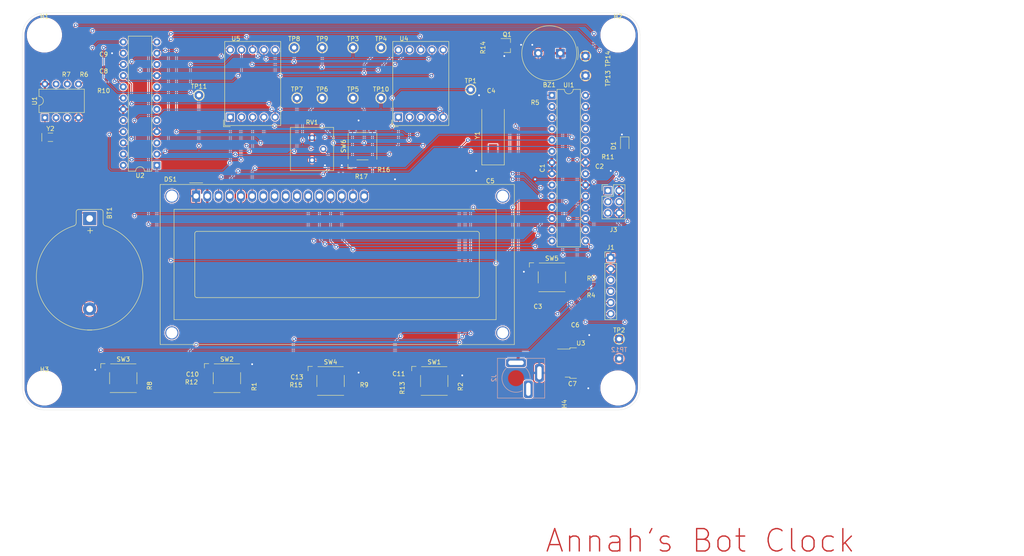
<source format=kicad_pcb>
(kicad_pcb (version 20211014) (generator pcbnew)
  (layers (0 "F.Cu" signal) (31 "B.Cu" signal) (34 "B.Paste" user) (35 "F.Paste" user) (36 "B.SilkS" user "B.Silkscreen") (37 "F.SilkS" user "F.Silkscreen") (38 "B.Mask" user) (39 "F.Mask" user) (44 "Edge.Cuts" user))
  (net 0 "")
  (net 1 "GND")
  (net 2 "/VBAT")
  (net 3 "MISO")
  (net 4 "VCC")
  (net 5 "/AREF")
  (net 6 "~{RESET}")
  (net 7 "Net-(C3-Pad2)")
  (net 8 "/Clk_Crystal1")
  (net 9 "/Clk_Crystal2")
  (net 10 "Net-(C6-Pad1)")
  (net 11 "LED_SCK")
  (net 12 "Net-(DS1-Pad16)")
  (net 13 "Net-(DS1-Pad15)")
  (net 14 "/LCD_Data7")
  (net 15 "/LCD_Data6")
  (net 16 "/LCD_Data5")
  (net 17 "/LCD_Data4")
  (net 22 "/LCD_Enable")
  (net 23 "/LCD_RS")
  (net 24 "Net-(DS1-Pad3)")
  (net 25 "Net-(J1-Pad5)")
  (net 26 "Net-(J1-Pad4)")
  (net 29 "/Down_SW")
  (net 30 "/Select_SW")
  (net 31 "TXD")
  (net 32 "RXD")
  (net 33 "MOSI")
  (net 34 "/RTC_SDA")
  (net 35 "Net-(R1-Pad1)")
  (net 36 "/RTC_SCL")
  (net 37 "Net-(R13-Pad2)")
  (net 38 "/Up_SW")
  (net 39 "Net-(R10-Pad2)")
  (net 40 "/RTC_XTAL1")
  (net 41 "/RTC_XTAL2")
  (net 43 "Net-(Q1-Pad1)")
  (net 44 "Net-(R15-Pad2)")
  (net 45 "/Dig1_Com")
  (net 46 "/Dig01_A")
  (net 48 "/Dig01_F")
  (net 49 "/Dig01_B")
  (net 51 "/Dig01_G")
  (net 55 "/Dig01_C")
  (net 56 "/Dig01_E")
  (net 58 "/Dig01_DP")
  (net 59 "/Dig0_Com")
  (net 60 "/Dig01_D")
  (net 61 "/Driver_Load")
  (net 65 "/Buzzer")
  (net 66 "Net-(R11-Pad2)")
  (footprint "footprints:C_0805_2012Metric" (layer "F.Cu") (at 205.315 127.38)
    (fp_text reference "C6")
    (fp_text value "C_0805_1uf")
  )
  (footprint "footprints:MountingHole_3.2mm_M3" (layer "F.Cu") (at 215 140)
    (fp_text reference "H4")
    (fp_text value "MountingHole")
  )
  (footprint "footprints:R_0805_2012Metric" (layer "F.Cu") (at 93.98 67.31 180)
    (fp_text reference "R6")
    (fp_text value "R_0805_4.7K")
  )
  (footprint "footprints:Potentiometer_Bourns_3386P_Vertical" (layer "F.Cu") (at 145.665 88.3825)
    (fp_text reference "RV1")
    (fp_text value "R_POT_10K")
  )
  (footprint "footprints:Crystal_SMD_2Pin_3.2x1.5mm" (layer "F.Cu") (at 86.36 83.185)
    (fp_text reference "Y2")
    (fp_text value "Crystal_32768Hz")
  )
  (footprint "footprints:TestPoint_THTPad_D2.0mm_Drill1.0mm" (layer "F.Cu") (at 147.955 62.865)
    (fp_text reference "TP9")
    (fp_text value "TestPoint")
  )
  (footprint "footprints:R_0805_2012Metric" (layer "F.Cu") (at 153.035 92.075 180)
    (fp_text reference "R17")
    (fp_text value "R_0805_47")
  )
  (footprint "footprints:TO-252-2" (layer "F.Cu") (at 206.585 134.365)
    (fp_text reference "U3")
    (fp_text value "L7805")
  )
  (footprint "footprints:R_0805_2012Metric" (layer "F.Cu") (at 186.055 62.865 90)
    (fp_text reference "R14")
    (fp_text value "R_0805_2.2K")
  )
  (footprint "footprints:Sx56-1xxxxx" (layer "F.Cu") (at 127.127 78.613)
    (fp_text reference "U5")
    (fp_text value "SC56-11EWA")
  )
  (footprint "footprints:TestPoint_THTPad_D2.0mm_Drill1.0mm" (layer "F.Cu") (at 142.24 74.295)
    (fp_text reference "TP7")
    (fp_text value "TestPoint")
  )
  (footprint "footprints:R_0805_2012Metric" (layer "F.Cu") (at 196.215 73.66 180)
    (fp_text reference "R5")
    (fp_text value "R_0805_10K")
  )
  (footprint "footprints:C_0805_2012Metric" (layer "F.Cu") (at 210.82 91.44)
    (fp_text reference "C2")
    (fp_text value "C_0805_0.1uf")
  )
  (footprint "footprints:R_0805_2012Metric" (layer "F.Cu") (at 98.425 74.295)
    (fp_text reference "R10")
    (fp_text value "R_0805_100K")
  )
  (footprint "footprints:C_0805_2012Metric" (layer "F.Cu") (at 118.54 135.255 180)
    (fp_text reference "C10")
    (fp_text value "C_0805_0.1uf")
  )
  (footprint "footprints:DIP-24_W7.62mm" (layer "F.Cu") (at 110.49 89.535 180)
    (fp_text reference "U2")
    (fp_text value "MAX7219")
  )
  (footprint "footprints:C_0805_2012Metric" (layer "F.Cu") (at 98.425 69.85)
    (fp_text reference "C8")
    (fp_text value "C_0805_0.1uf")
  )
  (footprint "footprints:SOT-23" (layer "F.Cu") (at 189.88 62.395)
    (fp_text reference "Q1")
    (fp_text value "NPN_2N3904_SOT23")
  )
  (footprint "footprints:C_0805_2012Metric" (layer "F.Cu") (at 204.68 140.715)
    (fp_text reference "C7")
    (fp_text value "C_0805_0.1uf")
  )
  (footprint "footprints:LED_0805_2012Metric" (layer "F.Cu") (at 216.535 84.7875 -90)
    (fp_text reference "D1")
    (fp_text value "LED_0805")
  )
  (footprint "footprints:TestPoint_THTPad_D2.0mm_Drill1.0mm" (layer "F.Cu") (at 154.94 74.295)
    (fp_text reference "TP5")
    (fp_text value "TestPoint")
  )
  (footprint "footprints:R_0805_2012Metric" (layer "F.Cu") (at 164.465 140.0175 -90)
    (fp_text reference "R13")
    (fp_text value "R_0805_1K")
  )
  (footprint "footprints:R_0805_2012Metric" (layer "F.Cu") (at 142.025 140.97)
    (fp_text reference "R15")
    (fp_text value "R_0805_1K")
  )
  (footprint "footprints:TestPoint_THTPad_D2.0mm_Drill1.0mm" (layer "F.Cu") (at 207.645 64.77 90)
    (fp_text reference "TP14")
    (fp_text value "TestPoint")
  )
  (footprint "footprints:R_0805_2012Metric" (layer "F.Cu") (at 118.325 140.335)
    (fp_text reference "R12")
    (fp_text value "R_0805_1K")
  )
  (footprint "footprints:SW_SPST_Omron_B3FS-100xP" (layer "F.Cu") (at 157.095 85.2075 90)
    (fp_text reference "SW6")
    (fp_text value "Omron_B3F_SPST")
  )
  (footprint "footprints:C_0805_2012Metric" (layer "F.Cu") (at 165.315 135.1525 180)
    (fp_text reference "C11")
    (fp_text value "C_0805_0.1uf")
  )
  (footprint "footprints:TestPoint_THTPad_D2.0mm_Drill1.0mm" (layer "F.Cu") (at 161.29 74.295)
    (fp_text reference "TP10")
    (fp_text value "TestPoint")
  )
  (footprint "footprints:DIP-8_W7.62mm" (layer "F.Cu") (at 85.1 78.74 90)
    (fp_text reference "U1")
    (fp_text value "DS1307_DIP-8")
  )
  (footprint "footprints:R_0805_2012Metric" (layer "F.Cu") (at 134.2 139.7 90)
    (fp_text reference "R1")
    (fp_text value "R_0805_10K")
  )
  (footprint "footprints:Crystal_SMD_HC49-SD" (layer "F.Cu") (at 186.69 82.745 90)
    (fp_text reference "Y1")
    (fp_text value "Crystal_16MHz")
  )
  (footprint "footprints:TestPoint_THTPad_D2.0mm_Drill1.0mm" (layer "F.Cu") (at 161.29 62.865)
    (fp_text reference "TP4")
    (fp_text value "TestPoint")
  )
  (footprint "footprints:Buzzer_TDK_PS1240P02BT_D12.2mm_H6.5mm" (layer "F.Cu") (at 201.93 64.135 180)
    (fp_text reference "BZ1")
    (fp_text value "Buzzer")
  )
  (footprint "footprints:R_0805_2012Metric" (layer "F.Cu") (at 110.49 139.485 90)
    (fp_text reference "R8")
    (fp_text value "R_0805_10K")
  )
  (footprint "footprints:R_0805_2012Metric" (layer "F.Cu") (at 157.48 140.97)
    (fp_text reference "R9")
    (fp_text value "R_0805_10K")
  )
  (footprint "footprints:MountingHole_3.2mm_M3" (layer "F.Cu") (at 215 60)
    (fp_text reference "H2")
    (fp_text value "MountingHole")
  )
  (footprint "footprints:SW_SPST_Omron_B3FS-100xP" (layer "F.Cu") (at 126.365 137.795)
    (fp_text reference "SW2")
    (fp_text value "Omron_B3F_SPST")
  )
  (footprint "footprints:MountingHole_3.2mm_M3" (layer "F.Cu") (at 85 140)
    (fp_text reference "H3")
    (fp_text value "MountingHole")
  )
  (footprint "footprints:TestPoint_THTPad_D2.0mm_Drill1.0mm" (layer "F.Cu") (at 181.61 72.39)
    (fp_text reference "TP1")
    (fp_text value "TestPoint")
  )
  (footprint "footprints:PinHeader_1x06_P2.54mm_Vertical" (layer "F.Cu") (at 213.36 110.49)
    (fp_text reference "J1")
    (fp_text value "Conn_01x06")
  )
  (footprint "footprints:R_0805_2012Metric" (layer "F.Cu") (at 215.48 89.535)
    (fp_text reference "R11")
    (fp_text value "R_0805_2.2K")
  )
  (footprint "footprints:PinHeader_2x03_P2.54mm_Vertical" (layer "F.Cu") (at 212.72 95.265)
    (fp_text reference "J3")
    (fp_text value "Conn_02x03_Odd_Even")
  )
  (footprint "footprints:C_0805_2012Metric" (layer "F.Cu") (at 186.27 74.295)
    (fp_text reference "C4")
    (fp_text value "C_0805_22pf")
  )
  (footprint "footprints:R_0805_2012Metric" (layer "F.Cu") (at 161.925 92.1925)
    (fp_text reference "R16")
    (fp_text value "R_0805_47")
  )
  (footprint "footprints:C_0805_2012Metric" (layer "F.Cu") (at 186.055 91.44 180)
    (fp_text reference "C5")
    (fp_text value "C_0805_22pf")
  )
  (footprint "footprints:R_0805_2012Metric" (layer "F.Cu") (at 208.915 120.65)
    (fp_text reference "R4")
    (fp_text value "R_0805_47")
  )
  (footprint "footprints:MountingHole_3.2mm_M3" (layer "F.Cu") (at 85 60)
    (fp_text reference "H1")
    (fp_text value "MountingHole")
  )
  (footprint "footprints:SW_SPST_Omron_B3FS-100xP" (layer "F.Cu") (at 173.355 138.43)
    (fp_text reference "SW1")
    (fp_text value "Omron_B3F_SPST")
  )
  (footprint "footprints:TestPoint_THTPad_D2.0mm_Drill1.0mm" (layer "F.Cu") (at 147.955 74.295)
    (fp_text reference "TP6")
    (fp_text value "TestPoint")
  )
  (footprint "footprints:TestPoint_THTPad_D2.0mm_Drill1.0mm" (layer "F.Cu") (at 215.265 128.905)
    (fp_text reference "TP2")
    (fp_text value "TestPoint")
  )
  (footprint "footprints:C_0805_2012Metric" (layer "F.Cu") (at 142.24 135.89 180)
    (fp_text reference "C13")
    (fp_text value "C_0805_0.1uf")
  )
  (footprint "footprints:R_0805_2012Metric" (layer "F.Cu") (at 180.975 139.7 90)
    (fp_text reference "R2")
    (fp_text value "R_0805_10K")
  )
  (footprint "footprints:TestPoint_THTPad_D2.0mm_Drill1.0mm" (layer "F.Cu") (at 154.94 62.865)
    (fp_text reference "TP3")
    (fp_text value "TestPoint")
  )
  (footprint "footprints:C_0805_2012Metric" (layer "F.Cu") (at 196.85 123.19)
    (fp_text reference "C3")
    (fp_text value "C_0805_0.1uf")
  )
  (footprint "footprints:TestPoint_THTPad_D2.0mm_Drill1.0mm" (layer "F.Cu") (at 207.645 69.215 90)
    (fp_text reference "TP13")
    (fp_text value "TestPoint")
  )
  (footprint "footprints:SW_SPST_Omron_B3FS-100xP" (layer "F.Cu") (at 102.87 137.795)
    (fp_text reference "SW3")
    (fp_text value "Omron_B3F_SPST")
  )
  (footprint "footprints:SW_SPST_Omron_B3FS-100xP" (layer "F.Cu") (at 149.86 138.43)
    (fp_text reference "SW4")
    (fp_text value "Omron_B3F_SPST")
  )
  (footprint "footprints:TestPoint_THTPad_D2.0mm_Drill1.0mm" (layer "F.Cu") (at 120.015 73.66)
    (fp_text reference "TP11")
    (fp_text value "TestPoint")
  )
  (footprint "footprints:TestPoint_THTPad_D2.0mm_Drill1.0mm" (layer "F.Cu") (at 141.605 62.865)
    (fp_text reference "TP8")
    (fp_text value "TestPoint")
  )
  (footprint "footprints:Sx56-1xxxxx" (layer "F.Cu") (at 165.227 78.613)
    (fp_text reference "U4")
    (fp_text value "SC56-11EWA")
  )
  (footprint "footprints:C_0805_2012Metric" (layer "F.Cu") (at 196.215 90.17 -90)
    (fp_text reference "C1")
    (fp_text value "C_0805_0.1uf")
  )
  (footprint "footprints:R_0805_2012Metric" (layer "F.Cu") (at 208.915 116.84)
    (fp_text reference "R3")
    (fp_text value "R_0805_47")
  )
  (footprint "footprints:DIP-28_W7.62mm" (layer "F.Cu") (at 200.035 73.67)
    (fp_text reference "UI1")
    (fp_text value "ATmega328-PU")
  )
  (footprint "footprints:C_0805_2012Metric" (layer "F.Cu") (at 98.425 66.04)
    (fp_text reference "C9")
    (fp_text value "C_0805_10uf")
  )
  (footprint "footprints:BatteryHolder_Keystone_106_1x20mm" (layer "F.Cu") (at 95.25 101.6 -90)
    (fp_text reference "BT1")
    (fp_text value "Battery_Cell")
  )
  (footprint "footprints:SW_SPST_Omron_B3FS-100xP" (layer "F.Cu") (at 200.025 114.935)
    (fp_text reference "SW5")
    (fp_text value "Omron_B3F_SPST")
  )
  (footprint "footprints:TC1602A-01T" (layer "F.Cu") (at 119.38 96.52)
    (fp_text reference "DS1")
    (fp_text value "TC1602A-01T")
  )
  (footprint "footprints:R_0805_2012Metric" (layer "F.Cu") (at 89.955 67.31 180)
    (fp_text reference "R7")
    (fp_text value "R_0805_4.7K")
  )
  (footprint "footprints:Wurth-694106402002" (layer "B.Cu") (at 191.89 137.795 -90)
    (fp_text reference "J2")
    (fp_text value "Power_inlet_vertical" hide)
  )
  (footprint "footprints:TestPoint_THTPad_D2.0mm_Drill1.0mm" (layer "B.Cu") (at 215.265 133.35 180)
    (fp_text reference "TP12")
    (fp_text value "TestPoint")
  )
  (gr_line locked (start 220 60) (end 220 140) (layer "Edge.Cuts") (width 0.05))
  (gr_line locked (start 80 60) (end 80 140) (layer "Edge.Cuts") (width 0.05))
  (gr_arc locked (start 80 60) (mid 81.464466 56.464466) (end 85 55) (layer "Edge.Cuts") (width 0.05))
  (gr_arc locked (start 85 145) (mid 81.464466 143.535534) (end 80 140) (layer "Edge.Cuts") (width 0.05))
  (gr_arc locked (start 220 140) (mid 218.535534 143.535534) (end 215 145) (layer "Edge.Cuts") (width 0.05))
  (gr_line locked (start 215 55) (end 85 55) (layer "Edge.Cuts") (width 0.05))
  (gr_arc locked (start 215 55) (mid 218.535534 56.464466) (end 220 60) (layer "Edge.Cuts") (width 0.05))
  (gr_line locked (start 215 145) (end 85 145) (layer "Edge.Cuts") (width 0.05))
  (gr_text "Annah's Bot Clock" (at 233.68 174.625) (layer "F.Cu") (effects (font (size 5.08 5.08) (thickness 0.3))))
  (gr_text "Annah's Bot Clock\n" (at 84.455 95.885 90) (layer "F.Cu") (effects (font (size 1.5 1.5) (thickness 0.3))))
  (segment (start 208.685 134.365) (end 208.685 128.21) (width 0.508) (layer "F.Cu") (net 1))
  (segment (start 197.485 62.23) (end 198.12 62.865) (width 0.2032) (layer "F.Cu") (net 1))
  (segment (start 188.88 63.345) (end 188.88 64.42) (width 0.2032) (layer "F.Cu") (net 1))
  (segment (start 196.025 112.685) (end 194.655 112.685) (width 0.2032) (layer "F.Cu") (net 1))
  (segment (start 152.4 89.535) (end 152.7275 89.2075) (width 0.2032) (layer "F.Cu") (net 1))
  (segment (start 211.67 91.44) (end 212.725 91.44) (width 0.2032) (layer "F.Cu") (net 1))
  (segment (start 183.515 91.44) (end 182.88 90.805) (width 0.2032) (layer "F.Cu") (net 1))
  (segment (start 196.85 91.02) (end 199.605 91.02) (width 0.2032) (layer "F.Cu") (net 1))
  (segment (start 154.845 89.2075) (end 154.845 81.2075) (width 0.2032) (layer "F.Cu") (net 1))
  (segment (start 91.44 97.79) (end 91.44 80.02) (width 0.2032) (layer "F.Cu") (net 1))
  (segment (start 207.855 127.38) (end 208.49 128.015) (width 0.508) (layer "F.Cu") (net 1))
  (segment (start 97.054311 99.795689) (end 96.318622 99.06) (width 0.2032) (layer "F.Cu") (net 1))
  (segment (start 208.685 134.365) (end 208.685 139.67) (width 0.508) (layer "F.Cu") (net 1))
  (segment (start 188.88 64.42) (end 189.23 64.77) (width 0.2032) (layer "F.Cu") (net 1))
  (segment (start 198.12 62.865) (end 198.12 63.5) (width 0.2032) (layer "F.Cu") (net 1))
  (segment (start 185.205 91.44) (end 183.515 91.44) (width 0.2032) (layer "F.Cu") (net 1))
  (segment (start 154.845 80.74) (end 156.21 79.375) (width 0.2032) (layer "F.Cu") (net 1))
  (segment (start 197.485 64.135) (end 196.93 64.135) (width 0.2032) (layer "F.Cu") (net 1))
  (segment (start 98.87 135.545) (end 96.865 135.545) (width 0.2032) (layer "F.Cu") (net 1))
  (segment (start 92.71 99.06) (end 91.44 97.79) (width 0.2032) (layer "F.Cu") (net 1))
  (segment (start 96.318622 99.06) (end 92.71 99.06) (width 0.2032) (layer "F.Cu") (net 1))
  (segment (start 91.44 80.02) (end 92.72 78.74) (width 0.2032) (layer "F.Cu") (net 1))
  (segment (start 212.725 91.44) (end 213.36 90.805) (width 0.2032) (layer "F.Cu") (net 1))
  (segment (start 145.665 88.3825) (end 147.4375 88.3825) (width 0.2032) (layer "F.Cu") (net 1))
  (segment (start 155.575 135.89) (end 156.21 136.525) (width 0.2032) (layer "F.Cu") (net 1))
  (segment (start 99.275 65.19) (end 100.33 64.135) (width 0.2032) (layer "F.Cu") (net 1))
  (segment (start 195.58 62.23) (end 197.485 62.23) (width 0.2032) (layer "F.Cu") (net 1))
  (segment (start 206.165 127.38) (end 207.855 127.38) (width 0.508) (layer "F.Cu") (net 1))
  (segment (start 162.775 92.1925) (end 163.9475 92.1925) (width 0.2032) (layer "F.Cu") (net 1))
  (segment (start 193.04 62.23) (end 192.875 62.395) (width 0.2032) (layer "F.Cu") (net 1))
  (segment (start 198.12 63.5) (end 197.485 64.135) (width 0.2032) (layer "F.Cu") (net 1))
  (segment (start 143.09 135.89) (end 155.575 135.89) (width 0.2032) (layer "F.Cu") (net 1))
  (segment (start 192.875 62.395) (end 190.88 62.395) (width 0.2032) (layer "F.Cu") (net 1))
  (segment (start 185.42 74.295) (end 184.15 74.295) (width 0.2032) (layer "F.Cu") (net 1))
  (segment (start 163.9475 92.1925) (end 164.465 92.71) (width 0.2032) (layer "F.Cu") (net 1))
  (segment (start 147.4375 88.3825) (end 148.59 89.535) (width 0.2032) (layer "F.Cu") (net 1))
  (segment (start 106.87 135.545) (end 98.87 135.545) (width 0.2032) (layer "F.Cu") (net 1))
  (segment (start 99.275 69.85) (end 99.275 65.19) (width 0.2032) (layer "F.Cu") (net 1))
  (segment (start 154.845 81.2075) (end 154.845 80.74) (width 0.2032) (layer "F.Cu") (net 1))
  (segment (start 131.445 135.255) (end 132.08 134.62) (width 0.2032) (layer "F.Cu") (net 1))
  (segment (start 216.535 83.185) (end 215.9 82.55) (width 0.2032) (layer "F.Cu") (net 1))
  (segment (start 199.605 91.02) (end 200.035 91.45) (width 0.2032) (layer "F.Cu") (net 1))
  (segment (start 208.685 128.21) (end 208.49 128.015) (width 0.508) (layer "F.Cu") (net 1))
  (segment (start 208.685 139.67) (end 208.275 140.08) (width 0.508) (layer "F.Cu") (net 1))
  (segment (start 194.655 112.685) (end 193.675 113.665) (width 0.2032) (layer "F.Cu") (net 1))
  (segment (start 167.5375 136.525) (end 179.07 136.525) (width 0.2032) (layer "F.Cu") (net 1))
  (segment (start 204.025 112.685) (end 196.025 112.685) (width 0.2032) (layer "F.Cu") (net 1))
  (segment (start 95.25 122.09) (end 97.054311 120.285689) (width 0.2032) (layer "F.Cu") (net 1))
  (segment (start 97.054311 120.285689) (end 97.054311 99.795689) (width 0.2032) (layer "F.Cu") (net 1))
  (segment (start 184.15 74.295) (end 183.515 73.66) (width 0.2032) (layer "F.Cu") (net 1))
  (segment (start 207.64 140.715) (end 208.275 140.08) (width 0.508) (layer "F.Cu") (net 1))
  (segment (start 179.07 136.525) (end 179.705 137.16) (width 0.2032) (layer "F.Cu") (net 1))
  (segment (start 119.39 135.255) (end 131.445 135.255) (width 0.2032) (layer "F.Cu") (net 1))
  (segment (start 152.7275 89.2075) (end 154.845 89.2075) (width 0.2032) (layer "F.Cu") (net 1))
  (segment (start 216.535 83.85) (end 216.535 83.185) (width 0.2032) (layer "F.Cu") (net 1))
  (segment (start 96.865 135.545) (end 96.52 135.89) (width 0.2032) (layer "F.Cu") (net 1))
  (segment (start 166.165 135.1525) (end 167.5375 136.525) (width 0.2032) (layer "F.Cu") (net 1))
  (segment (start 205.53 140.715) (end 207.64 140.715) (width 0.508) (layer "F.Cu") (net 1))
  (via (at 189.23 64.77) (size 0.8128) (drill 0.4064) (layers "F.Cu" "B.Cu") (net 1))
  (via (at 182.88 90.805) (size 0.8128) (drill 0.4064) (layers "F.Cu" "B.Cu") (net 1))
  (via (at 193.675 113.665) (size 0.8128) (drill 0.4064) (layers "F.Cu" "B.Cu") (net 1))
  (via (at 208.49 128.015) (size 0.8128) (drill 0.4064) (layers "F.Cu" "B.Cu") (net 1))
  (via (at 148.59 89.535) (size 0.8128) (drill 0.4064) (layers "F.Cu" "B.Cu") (net 1))
  (via (at 100.33 64.135) (size 0.8128) (drill 0.4064) (layers "F.Cu" "B.Cu") (net 1))
  (via (at 156.21 136.525) (size 0.8128) (drill 0.4064) (layers "F.Cu" "B.Cu") (net 1))
  (via (at 152.4 89.535) (size 0.8128) (drill 0.4064) (layers "F.Cu" "B.Cu") (net 1))
  (via (at 183.515 73.66) (size 0.8128) (drill 0.4064) (layers "F.Cu" "B.Cu") (net 1))
  (via (at 193.04 62.23) (size 0.8128) (drill 0.4064) (layers "F.Cu" "B.Cu") (net 1))
  (via (at 195.58 62.23) (size 0.8128) (drill 0.4064) (layers "F.Cu" "B.Cu") (net 1))
  (via (at 213.36 90.805) (size 0.8128) (drill 0.4064) (layers "F.Cu" "B.Cu") (net 1))
  (via (at 132.08 134.62) (size 0.8128) (drill 0.4064) (layers "F.Cu" "B.Cu") (net 1))
  (via (at 215.9 82.55) (size 0.8128) (drill 0.4064) (layers "F.Cu" "B.Cu") (net 1))
  (via (at 96.52 135.89) (size 0.8128) (drill 0.4064) (layers "F.Cu" "B.Cu") (net 1))
  (via (at 208.275 140.08) (size 0.8128) (drill 0.4064) (layers "F.Cu" "B.Cu") (net 1))
  (via (at 164.465 92.71) (size 0.8128) (drill 0.4064) (layers "F.Cu" "B.Cu") (net 1))
  (via (at 156.21 79.375) (size 0.8128) (drill 0.4064) (layers "F.Cu" "B.Cu") (net 1))
  (via (at 179.705 137.16) (size 0.8128) (drill 0.4064) (layers "F.Cu" "B.Cu") (net 1))
  (segment (start 152.4 89.535) (end 148.59 89.535) (width 0.2032) (layer "B.Cu") (net 1))
  (segment (start 198.12 69.85) (end 207.01 69.85) (width 0.2032) (layer "B.Cu") (net 1))
  (segment (start 196.93 64.135) (end 196.93 68.66) (width 0.2032) (layer "B.Cu") (net 1))
  (segment (start 207.01 69.85) (end 207.645 69.215) (width 0.2032) (layer "B.Cu") (net 1))
  (segment (start 196.93 68.66) (end 198.12 69.85) (width 0.2032) (layer "B.Cu") (net 1))
  (segment (start 193.04 62.23) (end 195.58 62.23) (width 0.2032) (layer "B.Cu") (net 1))
  (segment (start 93.98 100.33) (end 91.44 100.33) (width 0.2032) (layer "F.Cu") (net 2))
  (segment (start 91.44 100.33) (end 90.18 99.07) (width 0.2032) (layer "F.Cu") (net 2))
  (segment (start 95.25 101.6) (end 93.98 100.33) (width 0.2032) (layer "F.Cu") (net 2))
  (segment (start 90.18 99.07) (end 90.18 78.74) (width 0.2032) (layer "F.Cu") (net 2))
  (segment (start 94.615 134.620001) (end 97.790001 131.445) (width 0.2032) (layer "F.Cu") (net 3))
  (segment (start 212.72 95.265) (end 208.915 99.07) (width 0.2032) (layer "F.Cu") (net 3))
  (segment (start 209.55 100.965) (end 207.655 99.07) (width 0.2032) (layer "F.Cu") (net 3))
  (segment (start 110.49 140.335) (end 95.885 140.335) (width 0.2032) (layer "F.Cu") (net 3))
  (segment (start 208.915 99.07) (end 207.655 99.07) (width 0.2032) (layer "F.Cu") (net 3))
  (segment (start 94.615 139.065) (end 94.615 134.620001) (width 0.2032) (layer "F.Cu") (net 3))
  (segment (start 209.55 114.935) (end 209.55 100.965) (width 0.2032) (layer "F.Cu") (net 3))
  (segment (start 95.885 140.335) (end 94.615 139.065) (width 0.2032) (layer "F.Cu") (net 3))
  (via (at 97.790001 131.445) (size 0.8128) (drill 0.4064) (layers "F.Cu" "B.Cu") (net 3))
  (via (at 209.55 114.935) (size 0.8128) (drill 0.4064) (layers "F.Cu" "B.Cu") (net 3))
  (segment (start 209.55 116.575084) (end 194.680084 131.445) (width 0.2032) (layer "B.Cu") (net 3))
  (segment (start 194.680084 131.445) (end 97.790001 131.445) (width 0.2032) (layer "B.Cu") (net 3))
  (segment (start 209.55 114.935) (end 209.55 116.575084) (width 0.2032) (layer "B.Cu") (net 3))
  (segment (start 97.575 75.985) (end 98.425 76.835) (width 0.2032) (layer "F.Cu") (net 4))
  (segment (start 199.39 87.63) (end 200.035 88.275) (width 0.2032) (layer "F.Cu") (net 4))
  (segment (start 195.210689 91.899311) (end 195.210689 90.199311) (width 0.2032) (layer "F.Cu") (net 4))
  (segment (start 207.01 64.135) (end 207.645 64.77) (width 0.2032) (layer "F.Cu") (net 4))
  (segment (start 196.09 89.32) (end 196.215 89.32) (width 0.2032) (layer "F.Cu") (net 4))
  (segment (start 196.215 88.265) (end 196.85 87.63) (width 0.2032) (layer "F.Cu") (net 4))
  (segment (start 201.93 64.135) (end 207.01 64.135) (width 0.2032) (layer "F.Cu") (net 4))
  (segment (start 200.035 88.275) (end 200.035 88.91) (width 0.2032) (layer "F.Cu") (net 4))
  (segment (start 97.575 74.295) (end 97.575 66.04) (width 0.2032) (layer "F.Cu") (net 4))
  (segment (start 196.85 87.63) (end 199.39 87.63) (width 0.2032) (layer "F.Cu") (net 4))
  (segment (start 196.215 89.32) (end 196.215 88.265) (width 0.2032) (layer "F.Cu") (net 4))
  (segment (start 196.021378 92.71) (end 195.210689 91.899311) (width 0.2032) (layer "F.Cu") (net 4))
  (segment (start 196.215 92.71) (end 196.021378 92.71) (width 0.2032) (layer "F.Cu") (net 4))
  (segment (start 97.575 74.295) (end 97.575 75.985) (width 0.2032) (layer "F.Cu") (net 4))
  (segment (start 195.210689 90.199311) (end 196.09 89.32) (width 0.2032) (layer "F.Cu") (net 4))
  (segment (start 98.425 76.835) (end 102.87 76.835) (width 0.2032) (layer "F.Cu") (net 4))
  (via (at 196.215 92.71) (size 0.8128) (drill 0.4064) (layers "F.Cu" "B.Cu") (net 4))
  (segment (start 206.375 92.71) (end 196.215 92.71) (width 0.2032) (layer "B.Cu") (net 4))
  (segment (start 207.655 93.99) (end 206.375 92.71) (width 0.2032) (layer "B.Cu") (net 4))
  (segment (start 209.97 91.44) (end 207.665 91.44) (width 0.2032) (layer "F.Cu") (net 5))
  (segment (start 207.665 91.44) (end 207.655 91.45) (width 0.2032) (layer "F.Cu") (net 5))
  (segment (start 196.025 117.92) (end 196.025 123.165) (width 0.2032) (layer "F.Cu") (net 6))
  (segment (start 197.065 73.66) (end 197.065 76.355084) (width 0.2032) (layer "F.Cu") (net 6))
  (segment (start 197.065 76.355084) (end 192.405 81.015084) (width 0.2032) (layer "F.Cu") (net 6))
  (segment (start 192.405 81.015084) (end 192.405 113.565) (width 0.2032) (layer "F.Cu") (net 6))
  (segment (start 216.535 125.095) (end 216.535 104.16) (width 0.2032) (layer "F.Cu") (net 6))
  (segment (start 203.759299 117.450701) (end 203.759299 121.209299) (width 0.2032) (layer "F.Cu") (net 6))
  (segment (start 196.76 117.185) (end 196.025 117.92) (width 0.2032) (layer "F.Cu") (net 6))
  (segment (start 203.759299 121.209299) (end 207.645 125.095) (width 0.2032) (layer "F.Cu") (net 6))
  (segment (start 197.075 73.67) (end 197.065 73.66) (width 0.2032) (layer "F.Cu") (net 6))
  (segment (start 204.025 117.185) (end 196.76 117.185) (width 0.2032) (layer "F.Cu") (net 6))
  (segment (start 216.535 104.16) (end 212.72 100.345) (width 0.2032) (layer "F.Cu") (net 6))
  (segment (start 196.025 123.165) (end 196 123.19) (width 0.2032) (layer "F.Cu") (net 6))
  (segment (start 192.405 113.565) (end 196.025 117.185) (width 0.2032) (layer "F.Cu") (net 6))
  (segment (start 204.025 117.185) (end 203.759299 117.450701) (width 0.2032) (layer "F.Cu") (net 6))
  (segment (start 200.035 73.67) (end 197.075 73.67) (width 0.2032) (layer "F.Cu") (net 6))
  (via (at 216.535 125.095) (size 0.8128) (drill 0.4064) (layers "F.Cu" "B.Cu") (net 6))
  (via (at 207.645 125.095) (size 0.8128) (drill 0.4064) (layers "F.Cu" "B.Cu") (net 6))
  (segment (start 207.645 125.095) (end 216.535 125.095) (width 0.2032) (layer "B.Cu") (net 6))
  (segment (start 204.47 120.65) (end 207.01 123.19) (width 0.2032) (layer "F.Cu") (net 7))
  (segment (start 197.7 123.19) (end 201.295 123.19) (width 0.2032) (layer "F.Cu") (net 7))
  (segment (start 207.01 123.19) (end 213.36 123.19) (width 0.2032) (layer "F.Cu") (net 7))
  (via (at 204.47 120.65) (size 0.8128) (drill 0.4064) (layers "F.Cu" "B.Cu") (net 7))
  (via (at 201.295 123.19) (size 0.8128) (drill 0.4064) (layers "F.Cu" "B.Cu") (net 7))
  (segment (start 201.295 123.19) (end 203.835 120.65) (width 0.2032) (layer "B.Cu") (net 7))
  (segment (start 203.835 120.65) (end 204.47 120.65) (width 0.2032) (layer "B.Cu") (net 7))
  (segment (start 187.12 74.295) (end 186.69 74.725) (width 0.2032) (layer "F.Cu") (net 8))
  (segment (start 186.69 74.725) (end 186.69 76.2) (width 0.2032) (layer "F.Cu") (net 8))
  (segment (start 191.135 91.44) (end 190.5 90.805) (width 0.2032) (layer "F.Cu") (net 8))
  (segment (start 200.035 93.99) (end 198.11 93.99) (width 0.2032) (layer "F.Cu") (net 8))
  (segment (start 189.23 74.295) (end 187.12 74.295) (width 0.2032) (layer "F.Cu") (net 8))
  (segment (start 190.5 75.565) (end 189.23 74.295) (width 0.2032) (layer "F.Cu") (net 8))
  (segment (start 190.5 90.805) (end 190.5 75.565) (width 0.2032) (layer "F.Cu") (net 8))
  (segment (start 186.69 78.495) (end 186.69 76.2) (width 0.2032) (layer "F.Cu") (net 8))
  (segment (start 198.11 93.99) (end 197.485 94.615) (width 0.2032) (layer "F.Cu") (net 8))
  (via (at 191.135 91.44) (size 0.8128) (drill 0.4064) (layers "F.Cu" "B.Cu") (net 8))
  (via (at 197.485 94.615) (size 0.8128) (drill 0.4064) (layers "F.Cu" "B.Cu") (net 8))
  (segment (start 191.135 91.44) (end 193.675 91.44) (width 0.2032) (layer "B.Cu") (net 8))
  (segment (start 196.85 94.615) (end 197.485 94.615) (width 0.2032) (layer "B.Cu") (net 8))
  (segment (start 193.675 91.44) (end 196.85 94.615) (width 0.2032) (layer "B.Cu") (net 8))
  (segment (start 197.485 96.52) (end 197.495 96.53) (width 0.2032) (layer "F.Cu") (net 9))
  (segment (start 189.865 91.44) (end 191.135 92.71) (width 0.2032) (layer "F.Cu") (net 9))
  (segment (start 197.495 96.53) (end 200.035 96.53) (width 0.2032) (layer "F.Cu") (net 9))
  (segment (start 187.54 91.44) (end 189.865 91.44) (width 0.2032) (layer "F.Cu") (net 9))
  (segment (start 186.69 86.995) (end 186.69 91.225) (width 0.2032) (layer "F.Cu") (net 9))
  (segment (start 186.69 91.225) (end 186.905 91.44) (width 0.2032) (layer "F.Cu") (net 9))
  (via (at 197.485 96.52) (size 0.8128) (drill 0.4064) (layers "F.Cu" "B.Cu") (net 9))
  (via (at 191.135 92.71) (size 0.8128) (drill 0.4064) (layers "F.Cu" "B.Cu") (net 9))
  (segment (start 191.135 92.71) (end 193.675 92.71) (width 0.2032) (layer "B.Cu") (net 9))
  (segment (start 193.675 92.71) (end 197.485 96.52) (width 0.2032) (layer "B.Cu") (net 9))
  (segment (start 202.82 127.38) (end 202.385 127.815) (width 0.508) (layer "F.Cu") (net 10))
  (segment (start 202.385 132.085) (end 193.465 132.085) (width 0.508) (layer "F.Cu") (net 10))
  (segment (start 204.465 127.38) (end 202.82 127.38) (width 0.508) (layer "F.Cu") (net 10))
  (segment (start 193.465 132.085) (end 192.285 133.265) (width 0.508) (layer "F.Cu") (net 10))
  (segment (start 192.285 133.265) (end 192.285 134.295) (width 0.508) (layer "F.Cu") (net 10))
  (segment (start 202.385 127.815) (end 202.385 132.085) (width 0.508) (layer "F.Cu") (net 10))
  (segment (start 215.9 91.44) (end 214.63 90.17) (width 0.2032) (layer "F.Cu") (net 11))
  (segment (start 214.63 90.17) (end 214.63 89.535) (width 0.2032) (layer "F.Cu") (net 11))
  (segment (start 95.885 91.44) (end 105.41 100.965) (width 0.2032) (layer "F.Cu") (net 11))
  (segment (start 212.72 97.805) (end 213.995 96.53) (width 0.2032) (layer "F.Cu") (net 11))
  (segment (start 213.995 93.345) (end 214.630001 92.709999) (width 0.2032) (layer "F.Cu") (net 11))
  (segment (start 207.655 96.53) (end 209.55 94.635) (width 0.2032) (layer "F.Cu") (net 11))
  (segment (start 214.63 89.535) (end 214.63 91.44) (width 0.2032) (layer "F.Cu") (net 11))
  (segment (start 209.55 94.635) (end 209.55 93.345) (width 0.2032) (layer "F.Cu") (net 11))
  (segment (start 213.995 96.53) (end 213.995 93.345) (width 0.2032) (layer "F.Cu") (net 11))
  (segment (start 215.9 92.71) (end 215.9 91.44) (width 0.2032) (layer "F.Cu") (net 11))
  (segment (start 95.885 62.865) (end 95.885 91.44) (width 0.2032) (layer "F.Cu") (net 11))
  (via (at 214.63 91.44) (size 0.8128) (drill 0.4064) (layers "F.Cu" "B.Cu") (net 11))
  (via (at 215.9 92.71) (size 0.8128) (drill 0.4064) (layers "F.Cu" "B.Cu") (net 11))
  (via (at 209.55 93.345) (size 0.8128) (drill 0.4064) (layers "F.Cu" "B.Cu") (net 11))
  (via (at 214.630001 92.709999) (size 0.8128) (drill 0.4064) (layers "F.Cu" "B.Cu") (net 11))
  (via (at 105.41 100.965) (size 0.8128) (drill 0.4064) (layers "F.Cu" "B.Cu") (net 11))
  (via (at 95.885 62.865) (size 0.8128) (drill 0.4064) (layers "F.Cu" "B.Cu") (net 11))
  (segment (start 215.9 92.71) (end 214.630001 92.709999) (width 0.2032) (layer "B.Cu") (net 11))
  (segment (start 214.63 91.44) (end 212.725 93.345) (width 0.2032) (layer "B.Cu") (net 11))
  (segment (start 105.869311 100.505689) (end 203.679311 100.505689) (width 0.2032) (layer "B.Cu") (net 11))
  (segment (start 203.679311 100.505689) (end 207.655 96.53) (width 0.2032) (layer "B.Cu") (net 11))
  (segment (start 105.41 100.965) (end 105.869311 100.505689) (width 0.2032) (layer "B.Cu") (net 11))
  (segment (start 212.725 93.345) (end 209.55 93.345) (width 0.2032) (layer "B.Cu") (net 11))
  (segment (start 97.155 61.595) (end 95.885 62.865) (width 0.2032) (layer "B.Cu") (net 11))
  (segment (start 102.87 61.595) (end 97.155 61.595) (width 0.2032) (layer "B.Cu") (net 11))
  (segment (start 161.075 92.1925) (end 159.5025 92.1925) (width 0.2032) (layer "F.Cu") (net 12))
  (segment (start 159.385 94.615) (end 157.48 96.52) (width 0.2032) (layer "F.Cu") (net 12))
  (segment (start 159.345 89.2075) (end 159.345 81.2075) (width 0.2032) (layer "F.Cu") (net 12))
  (segment (start 159.385 89.2475) (end 159.385 92.075) (width 0.2032) (layer "F.Cu") (net 12))
  (segment (start 159.385 92.075) (end 159.385 94.615) (width 0.2032) (layer "F.Cu") (net 12))
  (segment (start 159.345 89.2075) (end 159.385 89.2475) (width 0.2032) (layer "F.Cu") (net 12))
  (segment (start 159.5025 92.1925) (end 159.385 92.075) (width 0.2032) (layer "F.Cu") (net 12))
  (segment (start 154.94 93.13) (end 153.885 92.075) (width 0.2032) (layer "F.Cu") (net 13))
  (segment (start 154.94 96.52) (end 154.94 93.13) (width 0.2032) (layer "F.Cu") (net 13))
  (segment (start 207.655 106.69) (end 208.8393 107.8743) (width 0.2032) (layer "F.Cu") (net 14))
  (segment (start 208.8393 107.8743) (end 208.8393 107.98175) (width 0.2032) (layer "F.Cu") (net 14))
  (segment (start 152.4 106.1207) (end 154.94 108.6607) (width 0.2032) (layer "F.Cu") (net 14))
  (segment (start 152.4 96.52) (end 152.4 106.1207) (width 0.2032) (layer "F.Cu") (net 14))
  (via (at 154.94 108.6607) (size 0.8128) (drill 0.4064) (layers "F.Cu" "B.Cu") (net 14))
  (via (at 208.8393 107.98175) (size 0.8128) (drill 0.4064) (layers "F.Cu" "B.Cu") (net 14))
  (segment (start 154.94 108.6607) (end 208.16035 108.6607) (width 0.2032) (layer "B.Cu") (net 14))
  (segment (start 208.16035 108.6607) (end 208.8393 107.98175) (width 0.2032) (layer "B.Cu") (net 14))
  (segment (start 197.475 106.69) (end 200.035 106.69) (width 0.2032) (layer "F.Cu") (net 15))
  (segment (start 149.86 96.52) (end 149.86 106.7557) (width 0.2032) (layer "F.Cu") (net 15))
  (segment (start 149.86 106.7557) (end 151.13 108.0257) (width 0.2032) (layer "F.Cu") (net 15))
  (segment (start 196.215 107.95) (end 197.475 106.69) (width 0.2032) (layer "F.Cu") (net 15))
  (via (at 151.13 108.0257) (size 0.8128) (drill 0.4064) (layers "F.Cu" "B.Cu") (net 15))
  (via (at 196.215 107.95) (size 0.8128) (drill 0.4064) (layers "F.Cu" "B.Cu") (net 15))
  (segment (start 196.215 107.95) (end 151.2057 107.95) (width 0.2032) (layer "B.Cu") (net 15))
  (segment (start 151.2057 107.95) (end 151.13 108.0257) (width 0.2032) (layer "B.Cu") (net 15))
  (segment (start 147.32 106.1207) (end 148.59 107.3907) (width 0.2032) (layer "F.Cu") (net 16))
  (segment (start 198.11 104.15) (end 200.035 104.15) (width 0.2032) (layer "F.Cu") (net 16))
  (segment (start 196.85 105.41) (end 198.11 104.15) (width 0.2032) (layer "F.Cu") (net 16))
  (segment (start 147.32 96.52) (end 147.32 106.1207) (width 0.2032) (layer "F.Cu") (net 16))
  (via (at 148.59 107.3907) (size 0.8128) (drill 0.4064) (layers "F.Cu" "B.Cu") (net 16))
  (via (at 196.85 105.41) (size 0.8128) (drill 0.4064) (layers "F.Cu" "B.Cu") (net 16))
  (segment (start 148.6657 107.315) (end 148.59 107.3907) (width 0.2032) (layer "B.Cu") (net 16))
  (segment (start 194.945 107.315) (end 148.6657 107.315) (width 0.2032) (layer "B.Cu") (net 16))
  (segment (start 196.85 105.41) (end 194.945 107.315) (width 0.2032) (layer "B.Cu") (net 16))
  (segment (start 196.215 104.14) (end 198.745 101.61) (width 0.2032) (layer "F.Cu") (net 17))
  (segment (start 144.78 96.52) (end 144.78 105.41) (width 0.2032) (layer "F.Cu") (net 17))
  (segment (start 198.745 101.61) (end 200.035 101.61) (width 0.2032) (layer "F.Cu") (net 17))
  (segment (start 144.78 105.41) (end 146.05 106.68) (width 0.2032) (layer "F.Cu") (net 17))
  (via (at 196.215 104.14) (size 0.8128) (drill 0.4064) (layers "F.Cu" "B.Cu") (net 17))
  (via (at 146.05 106.68) (size 0.8128) (drill 0.4064) (layers "F.Cu" "B.Cu") (net 17))
  (segment (start 193.675 106.68) (end 196.215 104.14) (width 0.2032) (layer "B.Cu") (net 17))
  (segment (start 146.05 106.68) (end 193.675 106.68) (width 0.2032) (layer "B.Cu") (net 17))
  (segment (start 132.08 90.805) (end 132.715 90.17) (width 0.2032) (layer "F.Cu") (net 22))
  (segment (start 132.08 96.52) (end 132.08 90.805) (width 0.2032) (layer "F.Cu") (net 22))
  (segment (start 205.1907 83.83) (end 204.5457 83.185) (width 0.2032) (layer "F.Cu") (net 22))
  (segment (start 207.655 83.83) (end 205.1907 83.83) (width 0.2032) (layer "F.Cu") (net 22))
  (via (at 132.715 90.17) (size 0.8128) (drill 0.4064) (layers "F.Cu" "B.Cu") (net 22))
  (via (at 204.5457 83.185) (size 0.8128) (drill 0.4064) (layers "F.Cu" "B.Cu") (net 22))
  (segment (start 132.715 90.17) (end 132.790701 90.245701) (width 0.2032) (layer "B.Cu") (net 22))
  (segment (start 204.086389 82.725689) (end 204.5457 83.185) (width 0.2032) (layer "B.Cu") (net 22))
  (segment (start 174.449311 82.725689) (end 204.086389 82.725689) (width 0.2032) (layer "B.Cu") (net 22))
  (segment (start 166.929299 90.245701) (end 174.449311 82.725689) (width 0.2032) (layer "B.Cu") (net 22))
  (segment (start 132.790701 90.245701) (end 166.929299 90.245701) (width 0.2032) (layer "B.Cu") (net 22))
  (segment (start 127 92.71) (end 128.905 90.805) (width 0.2032) (layer "F.Cu") (net 23))
  (segment (start 127 96.52) (end 127 92.71) (width 0.2032) (layer "F.Cu") (net 23))
  (segment (start 207.655 86.37) (end 205.1907 86.37) (width 0.2032) (layer "F.Cu") (net 23))
  (segment (start 205.1907 86.37) (end 204.5457 85.725) (width 0.2032) (layer "F.Cu") (net 23))
  (via (at 204.5457 85.725) (size 0.8128) (drill 0.4064) (layers "F.Cu" "B.Cu") (net 23))
  (via (at 128.905 90.805) (size 0.8128) (drill 0.4064) (layers "F.Cu" "B.Cu") (net 23))
  (segment (start 167.564299 90.880701) (end 173.179311 85.265689) (width 0.2032) (layer "B.Cu") (net 23))
  (segment (start 173.179311 85.265689) (end 204.086389 85.265689) (width 0.2032) (layer "B.Cu") (net 23))
  (segment (start 128.980701 90.880701) (end 167.564299 90.880701) (width 0.2032) (layer "B.Cu") (net 23))
  (segment (start 204.086389 85.265689) (end 204.5457 85.725) (width 0.2032) (layer "B.Cu") (net 23))
  (segment (start 128.905 90.805) (end 128.980701 90.880701) (width 0.2032) (layer "B.Cu") (net 23))
  (segment (start 149.300701 90.4957) (end 148.205 91.591401) (width 0.2032) (layer "F.Cu") (net 24))
  (segment (start 149.300701 86.938201) (end 149.300701 90.4957) (width 0.2032) (layer "F.Cu") (net 24))
  (segment (start 124.46 92.8275) (end 125.095 92.1925) (width 0.2032) (layer "F.Cu") (net 24))
  (segment (start 148.205 85.8425) (end 149.300701 86.938201) (width 0.2032) (layer "F.Cu") (net 24))
  (segment (start 124.46 96.52) (end 124.46 92.8275) (width 0.2032) (layer "F.Cu") (net 24))
  (via (at 148.205 91.591401) (size 0.8128) (drill 0.4064) (layers "F.Cu" "B.Cu") (net 24))
  (via (at 125.095 92.1925) (size 0.8128) (drill 0.4064) (layers "F.Cu" "B.Cu") (net 24))
  (segment (start 148.205 91.591401) (end 147.603901 92.1925) (width 0.2032) (layer "B.Cu") (net 24))
  (segment (start 147.603901 92.1925) (end 125.095 92.1925) (width 0.2032) (layer "B.Cu") (net 24))
  (segment (start 209.765 120.65) (end 213.36 120.65) (width 0.2032) (layer "F.Cu") (net 25))
  (segment (start 213.36 118.11) (end 212.09 116.84) (width 0.2032) (layer "F.Cu") (net 26))
  (segment (start 212.09 116.84) (end 209.765 116.84) (width 0.2032) (layer "F.Cu") (net 26))
  (segment (start 178.994299 129.595631) (end 179.089794 129.691126) (width 0.2032) (layer "F.Cu") (net 29))
  (segment (start 117.69 135.255) (end 117.69 131.865) (width 0.2032) (layer "F.Cu") (net 29))
  (segment (start 117.475 140.335) (end 117.475 135.47) (width 0.2032) (layer "F.Cu") (net 29))
  (segment (start 178.994299 85.800701) (end 178.994299 129.595631) (width 0.2032) (layer "F.Cu") (net 29))
  (segment (start 180.975 83.82) (end 178.994299 85.800701) (width 0.2032) (layer "F.Cu") (net 29))
  (segment (start 117.69 131.865) (end 119.38 130.175) (width 0.2032) (layer "F.Cu") (net 29))
  (segment (start 117.475 135.47) (end 117.69 135.255) (width 0.2032) (layer "F.Cu") (net 29))
  (via (at 179.089794 129.691126) (size 0.8128) (drill 0.4064) (layers "F.Cu" "B.Cu") (net 29))
  (via (at 180.975 83.82) (size 0.8128) (drill 0.4064) (layers "F.Cu" "B.Cu") (net 29))
  (via (at 119.38 130.175) (size 0.8128) (drill 0.4064) (layers "F.Cu" "B.Cu") (net 29))
  (segment (start 180.975 83.82) (end 193.675 83.82) (width 0.2032) (layer "B.Cu") (net 29))
  (segment (start 178.60592 130.175) (end 179.089794 129.691126) (width 0.2032) (layer "B.Cu") (net 29))
  (segment (start 119.38 130.175) (end 178.60592 130.175) (width 0.2032) (layer "B.Cu") (net 29))
  (segment (start 193.685 83.83) (end 200.035 83.83) (width 0.2032) (layer "B.Cu") (net 29))
  (segment (start 193.675 83.82) (end 193.685 83.83) (width 0.2032) (layer "B.Cu") (net 29))
  (segment (start 181.61 99.695) (end 182.235 99.07) (width 0.2032) (layer "F.Cu") (net 30))
  (segment (start 164.465 139.1675) (end 164.465 135.1525) (width 0.2032) (layer "F.Cu") (net 30))
  (segment (start 164.465 135.1525) (end 164.465 129.54) (width 0.2032) (layer "F.Cu") (net 30))
  (segment (start 181.61 127.635) (end 181.61 99.695) (width 0.2032) (layer "F.Cu") (net 30))
  (segment (start 164.465 129.54) (end 165.735 128.27) (width 0.2032) (layer "F.Cu") (net 30))
  (via (at 165.735 128.27) (size 0.8128) (drill 0.4064) (layers "F.Cu" "B.Cu") (net 30))
  (via (at 182.245 99.06) (size 0.8128) (drill 0.4064) (layers "F.Cu" "B.Cu") (net 30))
  (via (at 181.61 127.635) (size 0.8128) (drill 0.4064) (layers "F.Cu" "B.Cu") (net 30))
  (segment (start 183.054999 99.869999) (end 182.245 99.06) (width 0.2032) (layer "B.Cu") (net 30))
  (segment (start 165.735 128.27) (end 166.37 127.635) (width 0.2032) (layer "B.Cu") (net 30))
  (segment (start 199.235001 99.869999) (end 183.054999 99.869999) (width 0.2032) (layer "B.Cu") (net 30))
  (segment (start 200.035 99.07) (end 199.235001 99.869999) (width 0.2032) (layer "B.Cu") (net 30))
  (segment (start 166.37 127.635) (end 181.61 127.635) (width 0.2032) (layer "B.Cu") (net 30))
  (segment (start 202.565 109.855) (end 202.489299 109.779299) (width 0.2032) (layer "F.Cu") (net 31))
  (segment (start 202.489299 81.204299) (end 200.035 78.75) (width 0.2032) (layer "F.Cu") (net 31))
  (segment (start 208.065 116.84) (end 208.065 110.07) (width 0.2032) (layer "F.Cu") (net 31))
  (segment (start 208.065 110.07) (end 208.28 109.855) (width 0.2032) (layer "F.Cu") (net 31))
  (segment (start 202.489299 109.779299) (end 202.489299 81.204299) (width 0.2032) (layer "F.Cu") (net 31))
  (via (at 202.565 109.855) (size 0.8128) (drill 0.4064) (layers "F.Cu" "B.Cu") (net 31))
  (via (at 208.28 109.855) (size 0.8128) (drill 0.4064) (layers "F.Cu" "B.Cu") (net 31))
  (segment (start 208.28 109.855) (end 202.565 109.855) (width 0.2032) (layer "B.Cu") (net 31))
  (segment (start 205.74 119.38) (end 205.74 88.265) (width 0.2032) (layer "F.Cu") (net 32))
  (segment (start 208.065 120.65) (end 207.01 120.65) (width 0.2032) (layer "F.Cu") (net 32))
  (segment (start 203.835 80.01) (end 200.035 76.21) (width 0.2032) (layer "F.Cu") (net 32))
  (segment (start 203.835 88.265) (end 203.835 80.01) (width 0.2032) (layer "F.Cu") (net 32))
  (segment (start 207.01 120.65) (end 205.74 119.38) (width 0.2032) (layer "F.Cu") (net 32))
  (via (at 205.74 88.265) (size 0.8128) (drill 0.4064) (layers "F.Cu" "B.Cu") (net 32))
  (via (at 203.835 88.265) (size 0.8128) (drill 0.4064) (layers "F.Cu" "B.Cu") (net 32))
  (segment (start 205.74 88.265) (end 203.835 88.265) (width 0.2032) (layer "B.Cu") (net 32))
  (segment (start 203.2 100.965) (end 203.835 101.6) (width 0.2032) (layer "F.Cu") (net 33))
  (segment (start 217.17 102.235) (end 217.17 99.715) (width 0.2032) (layer "F.Cu") (net 33))
  (segment (start 203.2 97.79) (end 203.2 100.965) (width 0.2032) (layer "F.Cu") (net 33))
  (segment (start 191.135 107.95) (end 191.135 99.06) (width 0.2032) (layer "F.Cu") (net 33))
  (segment (start 110.49 89.535) (end 110.49 107.95) (width 0.2032) (layer "F.Cu") (net 33))
  (segment (start 217.17 99.715) (end 215.26 97.805) (width 0.2032) (layer "F.Cu") (net 33))
  (segment (start 187.325 111.76) (end 191.135 107.95) (width 0.2032) (layer "F.Cu") (net 33))
  (segment (start 110.49 107.95) (end 113.665 111.125) (width 0.2032) (layer "F.Cu") (net 33))
  (via (at 187.325 111.76) (size 0.8128) (drill 0.4064) (layers "F.Cu" "B.Cu") (net 33))
  (via (at 113.665 111.125) (size 0.8128) (drill 0.4064) (layers "F.Cu" "B.Cu") (net 33))
  (via (at 203.835 101.6) (size 0.8128) (drill 0.4064) (layers "F.Cu" "B.Cu") (net 33))
  (via (at 191.135 99.06) (size 0.8128) (drill 0.4064) (layers "F.Cu" "B.Cu") (net 33))
  (via (at 203.2 97.79) (size 0.8128) (drill 0.4064) (layers "F.Cu" "B.Cu") (net 33))
  (via (at 217.17 102.235) (size 0.8128) (drill 0.4064) (layers "F.Cu" "B.Cu") (net 33))
  (segment (start 203.845 101.61) (end 207.655 101.61) (width 0.2032) (layer "B.Cu") (net 33))
  (segment (start 203.2 97.79) (end 203.044311 97.634311) (width 0.2032) (layer "B.Cu") (net 33))
  (segment (start 186.69 111.125) (end 187.325 111.76) (width 0.2032) (layer "B.Cu") (net 33))
  (segment (start 203.044311 97.634311) (end 192.560689 97.634311) (width 0.2032) (layer "B.Cu") (net 33))
  (segment (start 203.835 101.6) (end 203.845 101.61) (width 0.2032) (layer "B.Cu") (net 33))
  (segment (start 208.915 102.87) (end 216.535 102.87) (width 0.2032) (layer "B.Cu") (net 33))
  (segment (start 113.665 111.125) (end 186.69 111.125) (width 0.2032) (layer "B.Cu") (net 33))
  (segment (start 192.560689 97.634311) (end 191.135 99.06) (width 0.2032) (layer "B.Cu") (net 33))
  (segment (start 216.535 102.87) (end 217.17 102.235) (width 0.2032) (layer "B.Cu") (net 33))
  (segment (start 207.655 101.61) (end 208.915 102.87) (width 0.2032) (layer "B.Cu") (net 33))
  (segment (start 93.345 71.12) (end 92.72 71.12) (width 0.2032) (layer "F.Cu") (net 34))
  (segment (start 94.83 60.11) (end 95.885 59.055) (width 0.2032) (layer "F.Cu") (net 34))
  (segment (start 208.28 76.835) (end 207.655 76.21) (width 0.2032) (layer "F.Cu") (net 34))
  (segment (start 210.82 63.5) (end 210.82 74.295) (width 0.2032) (layer "F.Cu") (net 34))
  (segment (start 94.615 67.525) (end 94.83 67.31) (width 0.2032) (layer "F.Cu") (net 34))
  (segment (start 210.82 74.295) (end 208.28 76.835) (width 0.2032) (layer "F.Cu") (net 34))
  (segment (start 94.83 67.31) (end 94.83 60.11) (width 0.2032) (layer "F.Cu") (net 34))
  (segment (start 93.345 71.12) (end 94.615 69.85) (width 0.2032) (layer "F.Cu") (net 34))
  (segment (start 94.615 69.85) (end 94.615 67.525) (width 0.2032) (layer "F.Cu") (net 34))
  (via (at 95.885 59.055) (size 0.8128) (drill 0.4064) (layers "F.Cu" "B.Cu") (net 34))
  (via (at 210.82 63.5) (size 0.8128) (drill 0.4064) (layers "F.Cu" "B.Cu") (net 34))
  (segment (start 205.96909 58.64909) (end 210.82 63.5) (width 0.2032) (layer "B.Cu") (net 34))
  (segment (start 96.29091 58.64909) (end 205.96909 58.64909) (width 0.2032) (layer "B.Cu") (net 34))
  (segment (start 95.885 59.055) (end 96.29091 58.64909) (width 0.2032) (layer "B.Cu") (net 34))
  (segment (start 134.075 140.55) (end 133.86 140.335) (width 0.2032) (layer "F.Cu") (net 35))
  (segment (start 133.86 140.335) (end 119.175 140.335) (width 0.2032) (layer "F.Cu") (net 35))
  (segment (start 133.985 140.335) (end 134.2 140.55) (width 0.2032) (layer "F.Cu") (net 35))
  (segment (start 134.2 140.55) (end 134.075 140.55) (width 0.2032) (layer "F.Cu") (net 35))
  (segment (start 90.18 71.12) (end 90.18 69.84) (width 0.2032) (layer "F.Cu") (net 36))
  (segment (start 90.18 69.84) (end 90.805 69.215) (width 0.2032) (layer "F.Cu") (net 36))
  (segment (start 90.805 69.215) (end 90.805 67.31) (width 0.2032) (layer "F.Cu") (net 36))
  (segment (start 209.55 59.69) (end 209.55 72.39) (width 0.2032) (layer "F.Cu") (net 36))
  (segment (start 90.805 67.31) (end 90.805 59.055) (width 0.2032) (layer "F.Cu") (net 36))
  (segment (start 208.27 73.67) (end 207.655 73.67) (width 0.2032) (layer "F.Cu") (net 36))
  (segment (start 209.55 72.39) (end 208.27 73.67) (width 0.2032) (layer "F.Cu") (net 36))
  (segment (start 90.805 59.055) (end 92.075 57.785) (width 0.2032) (layer "F.Cu") (net 36))
  (via (at 209.55 59.69) (size 0.8128) (drill 0.4064) (layers "F.Cu" "B.Cu") (net 36))
  (via (at 92.075 57.785) (size 0.8128) (drill 0.4064) (layers "F.Cu" "B.Cu") (net 36))
  (segment (start 92.075 57.785) (end 207.645 57.785) (width 0.2032) (layer "B.Cu") (net 36))
  (segment (start 207.645 57.785) (end 209.55 59.69) (width 0.2032) (layer "B.Cu") (net 36))
  (segment (start 164.7825 140.55) (end 164.465 140.8675) (width 0.2032) (layer "F.Cu") (net 37))
  (segment (start 164.6525 140.68) (end 164.465 140.8675) (width 0.2032) (layer "F.Cu") (net 37))
  (segment (start 177.485 140.55) (end 177.355 140.68) (width 0.2032) (layer "F.Cu") (net 37))
  (segment (start 169.355 140.68) (end 164.6525 140.68) (width 0.2032) (layer "F.Cu") (net 37))
  (segment (start 177.355 140.68) (end 169.355 140.68) (width 0.2032) (layer "F.Cu") (net 37))
  (segment (start 180.975 140.55) (end 177.485 140.55) (width 0.2032) (layer "F.Cu") (net 37))
  (segment (start 180.34 127.7107) (end 179.705 128.3457) (width 0.2032) (layer "F.Cu") (net 38))
  (segment (start 141.175 136.105) (end 141.39 135.89) (width 0.2032) (layer "F.Cu") (net 38))
  (segment (start 141.39 129.12) (end 141.605 128.905) (width 0.2032) (layer "F.Cu") (net 38))
  (segment (start 141.39 135.89) (end 141.39 129.12) (width 0.2032) (layer "F.Cu") (net 38))
  (segment (start 141.175 140.97) (end 141.175 136.105) (width 0.2032) (layer "F.Cu") (net 38))
  (segment (start 181.61 86.36) (end 180.34 87.63) (width 0.2032) (layer "F.Cu") (net 38))
  (segment (start 180.34 87.63) (end 180.34 127.7107) (width 0.2032) (layer "F.Cu") (net 38))
  (via (at 181.61 86.36) (size 0.8128) (drill 0.4064) (layers "F.Cu" "B.Cu") (net 38))
  (via (at 141.605 128.905) (size 0.8128) (drill 0.4064) (layers "F.Cu" "B.Cu") (net 38))
  (via (at 179.705 128.3457) (size 0.8128) (drill 0.4064) (layers "F.Cu" "B.Cu") (net 38))
  (segment (start 181.685701 86.284299) (end 199.949299 86.284299) (width 0.2032) (layer "B.Cu") (net 38))
  (segment (start 141.680701 128.980701) (end 179.069999 128.980701) (width 0.2032) (layer "B.Cu") (net 38))
  (segment (start 199.949299 86.284299) (end 200.035 86.37) (width 0.2032) (layer "B.Cu") (net 38))
  (segment (start 141.605 128.905) (end 141.680701 128.980701) (width 0.2032) (layer "B.Cu") (net 38))
  (segment (start 181.61 86.36) (end 181.685701 86.284299) (width 0.2032) (layer "B.Cu") (net 38))
  (segment (start 179.069999 128.980701) (end 179.705 128.3457) (width 0.2032) (layer "B.Cu") (net 38))
  (segment (start 99.275 74.295) (end 102.87 74.295) (width 0.2032) (layer "F.Cu") (net 39))
  (segment (start 85.11 83.185) (end 85.11 78.75) (width 0.2032) (layer "F.Cu") (net 40))
  (segment (start 85.11 78.75) (end 85.1 78.74) (width 0.2032) (layer "F.Cu") (net 40))
  (segment (start 87.61 78.77) (end 87.64 78.74) (width 0.2032) (layer "F.Cu") (net 41))
  (segment (start 87.61 83.185) (end 87.61 78.77) (width 0.2032) (layer "F.Cu") (net 41))
  (segment (start 188.31 62.015) (end 188.88 61.445) (width 0.2032) (layer "F.Cu") (net 43))
  (segment (start 186.055 62.015) (end 188.31 62.015) (width 0.2032) (layer "F.Cu") (net 43))
  (segment (start 142.875 140.97) (end 156.63 140.97) (width 0.2032) (layer "F.Cu") (net 44))
  (segment (start 163.83 74.295) (end 163.83 80.645) (width 0.2032) (layer "F.Cu") (net 45))
  (segment (start 111.76 63.5) (end 111.125 63.5) (width 0.2032) (layer "F.Cu") (net 45))
  (segment (start 111.76 63.5) (end 111.76 61.595) (width 0.2032) (layer "F.Cu") (net 45))
  (segment (start 170.307 81.788) (end 169.545 82.55) (width 0.2032) (layer "F.Cu") (net 45))
  (segment (start 170.18 60.325) (end 170.307 60.452) (width 0.2032) (layer "F.Cu") (net 45))
  (segment (start 111.76 61.595) (end 113.665 59.69) (width 0.2032) (layer "F.Cu") (net 45))
  (segment (start 114.935 81.915) (end 114.935 63.5) (width 0.2032) (layer "F.Cu") (net 45))
  (segment (start 170.307 78.613) (end 170.307 81.788) (width 0.2032) (layer "F.Cu") (net 45))
  (segment (start 112.395 63.5) (end 111.76 63.5) (width 0.2032) (layer "F.Cu") (net 45))
  (segment (start 111.125 63.5) (end 110.49 64.135) (width 0.2032) (layer "F.Cu") (net 45))
  (segment (start 170.307 60.452) (end 170.307 63.373) (width 0.2032) (layer "F.Cu") (net 45))
  (via (at 163.83 74.295) (size 0.8128) (drill 0.4064) (layers "F.Cu" "B.Cu") (net 45))
  (via (at 163.83 80.645) (size 0.8128) (drill 0.4064) (layers "F.Cu" "B.Cu") (net 45))
  (via (at 114.935 63.5) (size 0.8128) (drill 0.4064) (layers "F.Cu" "B.Cu") (net 45))
  (via (at 113.665 59.69) (size 0.8128) (drill 0.4064) (layers "F.Cu" "B.Cu") (net 45))
  (via (at 112.395 63.5) (size 0.8128) (drill 0.4064) (layers "F.Cu" "B.Cu") (net 45))
  (via (at 169.545 82.55) (size 0.8128) (drill 0.4064) (layers "F.Cu" "B.Cu") (net 45))
  (via (at 170.18 60.325) (size 0.8128) (drill 0.4064) (layers "F.Cu" "B.Cu") (net 45))
  (via (at 114.935 81.915) (size 0.8128) (drill 0.4064) (layers "F.Cu" "B.Cu") (net 45))
  (segment (start 165.735 72.39) (end 163.83 74.295) (width 0.2032) (layer "B.Cu") (net 45))
  (segment (start 166.855378 82.55) (end 166.220378 81.915) (width 0.2032) (layer "B.Cu") (net 45))
  (segment (start 114.935 63.5) (end 112.395 63.5) (width 0.2032) (layer "B.Cu") (net 45))
  (segment (start 166.220378 81.915) (end 163.83 81.915) (width 0.2032) (layer "B.Cu") (net 45))
  (segment (start 181.61 72.39) (end 165.735 72.39) (width 0.2032) (layer "B.Cu") (net 45))
  (segment (start 113.665 59.69) (end 169.545 59.69) (width 0.2032) (layer "B.Cu") (net 45))
  (segment (start 163.83 80.645) (end 163.83 81.915) (width 0.2032) (layer "B.Cu") (net 45))
  (segment (start 169.545 82.55) (end 166.855378 82.55) (width 0.2032) (layer "B.Cu") (net 45))
  (segment (start 163.83 81.915) (end 114.935 81.915) (width 0.2032) (layer "B.Cu") (net 45))
  (segment (start 169.545 59.69) (end 170.18 60.325) (width 0.2032) (layer "B.Cu") (net 45))
  (segment (start 133.477 64.897) (end 133.35 64.77) (width 0.2032) (layer "F.Cu") (net 46))
  (segment (start 172.847 63.373) (end 172.847 64.643) (width 0.2032) (layer "F.Cu") (net 46))
  (segment (start 172.847 64.643) (end 172.085 65.405) (width 0.2032) (layer "F.Cu") (net 46))
  (segment (start 118.11 66.675) (end 118.11 73.025) (width 0.2032) (layer "F.Cu") (net 46))
  (segment (start 134.747 64.897) (end 134.747 63.373) (width 0.2032) (layer "F.Cu") (net 46))
  (segment (start 101.6 62.865) (end 102.87 64.135) (width 0.2032) (layer "F.Cu") (net 46))
  (segment (start 135.255 65.405) (end 134.747 64.897) (width 0.2032) (layer "F.Cu") (net 46))
  (segment (start 134.747 64.897) (end 133.477 64.897) (width 0.2032) (layer "F.Cu") (net 46))
  (segment (start 98.425 62.865) (end 101.6 62.865) (width 0.2032) (layer "F.Cu") (net 46))
  (via (at 133.35 64.77) (size 0.8128) (drill 0.4064) (layers "F.Cu" "B.Cu") (net 46))
  (via (at 172.085 65.405) (size 0.8128) (drill 0.4064) (layers "F.Cu" "B.Cu") (net 46))
  (via (at 118.11 73.025) (size 0.8128) (drill 0.4064) (layers "F.Cu" "B.Cu") (net 46))
  (via (at 118.11 66.675) (size 0.8128) (drill 0.4064) (layers "F.Cu" "B.Cu") (net 46))
  (via (at 135.255 65.405) (size 0.8128) (drill 0.4064) (layers "F.Cu" "B.Cu") (net 46))
  (via (at 98.425 62.865) (size 0.8128) (drill 0.4064) (layers "F.Cu" "B.Cu") (net 46))
  (segment (start 172.009299 65.329299) (end 154.864299 65.329299) (width 0.2032) (layer "B.Cu") (net 46))
  (segment (start 135.330701 65.329299) (end 135.255 65.405) (width 0.2032) (layer "B.Cu") (net 46))
  (segment (start 125.73 66.675) (end 127.635 64.77) (width 0.2032) (layer "B.Cu") (net 46))
  (segment (start 98.425 69.85) (end 98.425 62.865) (width 0.2032) (layer "B.Cu") (net 46))
  (segment (start 98.425 69.85) (end 101.6 73.025) (width 0.2032) (layer "B.Cu") (net 46))
  (segment (start 118.11 73.025) (end 101.6 73.025) (width 0.2032) (layer "B.Cu") (net 46))
  (segment (start 154.94 62.865) (end 154.94 65.253598) (width 0.2032) (layer "B.Cu") (net 46))
  (segment (start 154.864299 65.329299) (end 135.330701 65.329299) (width 0.2032) (layer "B.Cu") (net 46))
  (segment (start 172.085 65.405) (end 172.009299 65.329299) (width 0.2032) (layer "B.Cu") (net 46))
  (segment (start 154.94 65.253598) (end 154.864299 65.329299) (width 0.2032) (layer "B.Cu") (net 46))
  (segment (start 125.73 66.675) (end 118.11 66.675) (width 0.2032) (layer "B.Cu") (net 46))
  (segment (start 133.35 64.77) (end 127.635 64.77) (width 0.2032) (layer "B.Cu") (net 46))
  (segment (start 101.73863 66.675) (end 100.8893 67.52433) (width 0.2032) (layer "F.Cu") (net 48))
  (segment (start 129.667 68.453) (end 128.905 69.215) (width 0.2032) (layer "F.Cu") (net 48))
  (segment (start 100.8893 67.52433) (end 100.8893 70.485) (width 0.2032) (layer "F.Cu") (net 48))
  (segment (start 141.605 62.865) (end 141.605 66.04) (width 0.2032) (layer "F.Cu") (net 48))
  (segment (start 132.08 66.675) (end 131.572 66.167) (width 0.2032) (layer "F.Cu") (net 48))
  (segment (start 167.767 63.373) (end 164.465 66.675) (width 0.2032) (layer "F.Cu") (net 48))
  (segment (start 102.87 66.675) (end 101.73863 66.675) (width 0.2032) (layer "F.Cu") (net 48))
  (segment (start 129.667 63.373) (end 129.667 66.167) (width 0.2032) (layer "F.Cu") (net 48))
  (segment (start 129.667 66.167) (end 129.667 68.453) (width 0.2032) (layer "F.Cu") (net 48))
  (segment (start 131.572 66.167) (end 129.667 66.167) (width 0.2032) (layer "F.Cu") (net 48))
  (via (at 132.08 66.675) (size 0.8128) (drill 0.4064) (layers "F.Cu" "B.Cu") (net 48))
  (via (at 128.905 69.215) (size 0.8128) (drill 0.4064) (layers "F.Cu" "B.Cu") (net 48))
  (via (at 164.465 66.675) (size 0.8128) (drill 0.4064) (layers "F.Cu" "B.Cu") (net 48))
  (via (at 100.8893 70.485) (size 0.8128) (drill 0.4064) (layers "F.Cu" "B.Cu") (net 48))
  (via (at 141.605 66.04) (size 0.8128) (drill 0.4064) (layers "F.Cu" "B.Cu") (net 48))
  (segment (start 127.635 70.485) (end 100.8893 70.485) (width 0.2032) (layer "B.Cu") (net 48))
  (segment (start 141.680701 66.599299) (end 141.605 66.675) (width 0.2032) (layer "B.Cu") (net 48))
  (segment (start 164.465 66.675) (end 164.389299 66.599299) (width 0.2032) (layer "B.Cu") (net 48))
  (segment (start 141.605 66.675) (end 132.08 66.675) (width 0.2032) (layer "B.Cu") (net 48))
  (segment (start 128.905 69.215) (end 127.635 70.485) (width 0.2032) (layer "B.Cu") (net 48))
  (segment (start 141.605 66.04) (end 141.605 66.675) (width 0.2032) (layer "B.Cu") (net 48))
  (segment (start 164.389299 66.599299) (end 141.680701 66.599299) (width 0.2032) (layer "B.Cu") (net 48))
  (segment (start 137.287 63.373) (end 137.287 69.088) (width 0.2032) (layer "F.Cu") (net 49))
  (segment (start 138.43 69.215) (end 137.414 69.215) (width 0.2032) (layer "F.Cu") (net 49))
  (segment (start 137.287 74.168) (end 135.89 75.565) (width 0.2032) (layer "F.Cu") (net 49))
  (segment (start 175.387 63.373) (end 175.387 66.548) (width 0.2032) (layer "F.Cu") (net 49))
  (segment (start 157.48 66.675) (end 157.48 68.58) (width 0.2032) (layer "F.Cu") (net 49))
  (segment (start 161.29 62.865) (end 157.48 66.675) (width 0.2032) (layer "F.Cu") (net 49))
  (segment (start 104.775 75.565) (end 104.775 71.12) (width 0.2032) (layer "F.Cu") (net 49))
  (segment (start 175.387 66.548) (end 172.72 69.215) (width 0.2032) (layer "F.Cu") (net 49))
  (segment (start 137.414 69.215) (end 137.287 69.088) (width 0.2032) (layer "F.Cu") (net 49))
  (segment (start 104.775 71.12) (end 102.87 69.215) (width 0.2032) (layer "F.Cu") (net 49))
  (segment (start 137.287 69.088) (end 137.287 74.168) (width 0.2032) (layer "F.Cu") (net 49))
  (via (at 138.43 69.215) (size 0.8128) (drill 0.4064) (layers "F.Cu" "B.Cu") (net 49))
  (via (at 135.89 75.565) (size 0.8128) (drill 0.4064) (layers "F.Cu" "B.Cu") (net 49))
  (via (at 104.775 75.565) (size 0.8128) (drill 0.4064) (layers "F.Cu" "B.Cu") (net 49))
  (via (at 172.72 69.215) (size 0.8128) (drill 0.4064) (layers "F.Cu" "B.Cu") (net 49))
  (via (at 157.48 68.58) (size 0.8128) (drill 0.4064) (layers "F.Cu" "B.Cu") (net 49))
  (segment (start 157.48 69.215) (end 138.43 69.215) (width 0.2032) (layer "B.Cu") (net 49))
  (segment (start 172.72 69.215) (end 157.48 69.215) (width 0.2032) (layer "B.Cu") (net 49))
  (segment (start 157.48 68.58) (end 157.48 69.215) (width 0.2032) (layer "B.Cu") (net 49))
  (segment (start 135.89 75.565) (end 104.775 75.565) (width 0.2032) (layer "B.Cu") (net 49))
  (segment (start 104.775 66.04) (end 104.775 67.945) (width 0.2032) (layer "F.Cu") (net 51))
  (segment (start 125.095 64.135) (end 125.857 63.373) (width 0.2032) (layer "F.Cu") (net 51))
  (segment (start 147.955 62.865) (end 147.955 67.31) (width 0.2032) (layer "F.Cu") (net 51))
  (segment (start 104.775 67.945) (end 101.6 67.945) (width 0.2032) (layer "F.Cu") (net 51))
  (segment (start 125.095 64.135) (end 125.095 64.77) (width 0.2032) (layer "F.Cu") (net 51))
  (segment (start 165.227 63.373) (end 160.655 67.945) (width 0.2032) (layer "F.Cu") (net 51))
  (segment (start 106.68 67.945) (end 104.775 67.945) (width 0.2032) (layer "F.Cu") (net 51))
  (segment (start 101.6 67.945) (end 101.6 70.485) (width 0.2032) (layer "F.Cu") (net 51))
  (segment (start 127.127 63.373) (end 125.857 63.373) (width 0.2032) (layer "F.Cu") (net 51))
  (segment (start 101.6 70.485) (end 102.87 71.755) (width 0.2032) (layer "F.Cu") (net 51))
  (via (at 106.68 67.945) (size 0.8128) (drill 0.4064) (layers "F.Cu" "B.Cu") (net 51))
  (via (at 104.775 66.04) (size 0.8128) (drill 0.4064) (layers "F.Cu" "B.Cu") (net 51))
  (via (at 125.095 64.77) (size 0.8128) (drill 0.4064) (layers "F.Cu" "B.Cu") (net 51))
  (via (at 147.955 67.31) (size 0.8128) (drill 0.4064) (layers "F.Cu" "B.Cu") (net 51))
  (via (at 160.655 67.945) (size 0.8128) (drill 0.4064) (layers "F.Cu" "B.Cu") (net 51))
  (segment (start 160.655 67.945) (end 160.579299 67.869299) (width 0.2032) (layer "B.Cu") (net 51))
  (segment (start 147.395701 67.869299) (end 147.32 67.945) (width 0.2032) (layer "B.Cu") (net 51))
  (segment (start 125.095 64.77) (end 124.625689 65.239311) (width 0.2032) (layer "B.Cu") (net 51))
  (segment (start 147.955 67.945) (end 147.32 67.945) (width 0.2032) (layer "B.Cu") (net 51))
  (segment (start 147.32 67.945) (end 106.68 67.945) (width 0.2032) (layer "B.Cu") (net 51))
  (segment (start 124.625689 65.239311) (end 105.575689 65.239311) (width 0.2032) (layer "B.Cu") (net 51))
  (segment (start 105.575689 65.239311) (end 104.775 66.04) (width 0.2032) (layer "B.Cu") (net 51))
  (segment (start 160.579299 67.869299) (end 147.395701 67.869299) (width 0.2032) (layer "B.Cu") (net 51))
  (segment (start 147.955 67.31) (end 147.955 67.945) (width 0.2032) (layer "B.Cu") (net 51))
  (segment (start 154.94 74.295) (end 157.48 76.835) (width 0.2032) (layer "F.Cu") (net 55))
  (segment (start 137.16 80.645) (end 135.255 80.645) (width 0.2032) (layer "F.Cu") (net 55))
  (segment (start 172.847 78.613) (end 172.847 83.058) (width 0.2032) (layer "F.Cu") (net 55))
  (segment (start 135.255 80.645) (end 134.747 80.137) (width 0.2032) (layer "F.Cu") (net 55))
  (segment (start 157.48 76.835) (end 157.48 84.455) (width 0.2032) (layer "F.Cu") (net 55))
  (segment (start 134.747 80.137) (end 134.747 83.693) (width 0.2032) (layer "F.Cu") (net 55))
  (segment (start 172.847 83.058) (end 170.815 85.09) (width 0.2032) (layer "F.Cu") (net 55))
  (segment (start 150.495 83.185) (end 147.955 80.645) (width 0.2032) (layer "F.Cu") (net 55))
  (segment (start 104.6993 81.2043) (end 104.6993 83.523431) (width 0.2032) (layer "F.Cu") (net 55))
  (segment (start 150.495 84.455) (end 150.495 83.185) (width 0.2032) (layer "F.Cu") (net 55))
  (segment (start 102.87 79.375) (end 104.6993 81.2043) (width 0.2032) (layer "F.Cu") (net 55))
  (segment (start 134.747 78.613) (end 134.747 80.137) (width 0.2032) (layer "F.Cu") (net 55))
  (segment (start 134.747 83.693) (end 133.985 84.455) (width 0.2032) (layer "F.Cu") (net 55))
  (via (at 133.985 84.455) (size 0.8128) (drill 0.4064) (layers "F.Cu" "B.Cu") (net 55))
  (via (at 147.955 80.645) (size 0.8128) (drill 0.4064) (layers "F.Cu" "B.Cu") (net 55))
  (via (at 104.6993 83.523431) (size 0.8128) (drill 0.4064) (layers "F.Cu" "B.Cu") (net 55))
  (via (at 157.48 84.455) (size 0.8128) (drill 0.4064) (layers "F.Cu" "B.Cu") (net 55))
  (via (at 150.495 84.455) (size 0.8128) (drill 0.4064) (layers "F.Cu" "B.Cu") (net 55))
  (via (at 170.815 85.09) (size 0.8128) (drill 0.4064) (layers "F.Cu" "B.Cu") (net 55))
  (via (at 137.16 80.645) (size 0.8128) (drill 0.4064) (layers "F.Cu" "B.Cu") (net 55))
  (segment (start 133.985 84.455) (end 132.880689 83.350689) (width 0.2032) (layer "B.Cu") (net 55))
  (segment (start 132.880689 83.350689) (end 104.872042 83.350689) (width 0.2032) (layer "B.Cu") (net 55))
  (segment (start 170.543189 84.818189) (end 150.858189 84.818189) (width 0.2032) (layer "B.Cu") (net 55))
  (segment (start 157.48 84.455) (end 157.48 84.546378) (width 0.2032) (layer "B.Cu") (net 55))
  (segment (start 104.872042 83.350689) (end 104.6993 83.523431) (width 0.2032) (layer "B.Cu") (net 55))
  (segment (start 150.858189 84.818189) (end 150.495 84.455) (width 0.2032) (layer "B.Cu") (net 55))
  (segment (start 170.815 85.09) (end 170.543189 84.818189) (width 0.2032) (layer "B.Cu") (net 55))
  (segment (start 157.48 84.546378) (end 157.208189 84.818189) (width 0.2032) (layer "B.Cu") (net 55))
  (segment (start 147.955 80.645) (end 137.16 80.645) (width 0.2032) (layer "B.Cu") (net 55))
  (segment (start 127.127 87.122) (end 127.127 88.8487) (width 0.2032) (layer "F.Cu") (net 56))
  (segment (start 142.24 85.725) (end 141.605 86.36) (width 0.2032) (layer "F.Cu") (net 56))
  (segment (start 127.1783 87.0707) (end 128.27 87.0707) (width 0.2032) (layer "F.Cu") (net 56))
  (segment (start 100.33 81.915) (end 102.87 81.915) (width 0.2032) (layer "F.Cu") (net 56))
  (segment (start 165.227 84.963) (end 163.195 86.995) (width 0.2032) (layer "F.Cu") (net 56))
  (segment (start 127.127 87.122) (end 127.1783 87.0707) (width 0.2032) (layer "F.Cu") (net 56))
  (segment (start 127.127 88.8487) (end 127 88.9757) (width 0.2032) (layer "F.Cu") (net 56))
  (segment (start 142.24 74.295) (end 142.24 85.725) (width 0.2032) (layer "F.Cu") (net 56))
  (segment (start 99.695 82.55) (end 100.33 81.915) (width 0.2032) (layer "F.Cu") (net 56))
  (segment (start 127.127 78.613) (end 127.127 87.122) (width 0.2032) (layer "F.Cu") (net 56))
  (segment (start 165.227 78.613) (end 165.227 84.963) (width 0.2032) (layer "F.Cu") (net 56))
  (via (at 99.695 82.55) (size 0.8128) (drill 0.4064) (layers "F.Cu" "B.Cu") (net 56))
  (via (at 128.27 87.0707) (size 0.8128) (drill 0.4064) (layers "F.Cu" "B.Cu") (net 56))
  (via (at 127 88.9757) (size 0.8128) (drill 0.4064) (layers "F.Cu" "B.Cu") (net 56))
  (via (at 141.605 86.36) (size 0.8128) (drill 0.4064) (layers "F.Cu" "B.Cu") (net 56))
  (via (at 163.195 86.995) (size 0.8128) (drill 0.4064) (layers "F.Cu" "B.Cu") (net 56))
  (segment (start 141.605 86.36) (end 140.97 86.36) (width 0.2032) (layer "B.Cu") (net 56))
  (segment (start 99.695 82.55) (end 99.695 90.17) (width 0.2032) (layer "B.Cu") (net 56))
  (segment (start 100.164311 90.639311) (end 125.336389 90.639311) (width 0.2032) (layer "B.Cu") (net 56))
  (segment (start 99.695 90.17) (end 100.164311 90.639311) (width 0.2032) (layer "B.Cu") (net 56))
  (segment (start 140.97 86.36) (end 140.2593 87.0707) (width 0.2032) (layer "B.Cu") (net 56))
  (segment (start 163.119299 87.070701) (end 128.27 87.0707) (width 0.2032) (layer "B.Cu") (net 56))
  (segment (start 125.336389 90.639311) (end 127 88.9757) (width 0.2032) (layer "B.Cu") (net 56))
  (segment (start 163.195 86.995) (end 163.119299 87.070701) (width 0.2032) (layer "B.Cu") (net 56))
  (segment (start 175.387 78.613) (end 175.387 77.597) (width 0.2032) (layer "F.Cu") (net 58))
  (segment (start 137.287 78.613) (end 137.287 77.597) (width 0.2032) (layer "F.Cu") (net 58))
  (segment (start 103.505 85.09) (end 102.87 84.455) (width 0.2032) (layer "F.Cu") (net 58))
  (segment (start 137.287 77.597) (end 137.16 77.47) (width 0.2032) (layer "F.Cu") (net 58))
  (segment (start 105.41 83.82) (end 104.14 85.09) (width 0.2032) (layer "F.Cu") (net 58))
  (segment (start 104.14 85.09) (end 103.505 85.09) (width 0.2032) (layer "F.Cu") (net 58))
  (segment (start 138.43 76.835) (end 137.795 76.835) (width 0.2032) (layer "F.Cu") (net 58))
  (segment (start 105.41 79.375) (end 105.41 83.82) (width 0.2032) (layer "F.Cu") (net 58))
  (segment (start 137.795 76.835) (end 137.16 77.47) (width 0.2032) (layer "F.Cu") (net 58))
  (segment (start 175.387 77.597) (end 174.625 76.835) (width 0.2032) (layer "F.Cu") (net 58))
  (segment (start 137.16 77.47) (end 136.525 76.835) (width 0.2032) (layer "F.Cu") (net 58))
  (via (at 136.525 76.835) (size 0.8128) (drill 0.4064) (layers "F.Cu" "B.Cu") (net 58))
  (via (at 174.625 76.835) (size 0.8128) (drill 0.4064) (layers "F.Cu" "B.Cu") (net 58))
  (via (at 105.41 79.375) (size 0.8128) (drill 0.4064) (layers "F.Cu" "B.Cu") (net 58))
  (via (at 138.43 76.835) (size 0.8128) (drill 0.4064) (layers "F.Cu" "B.Cu") (net 58))
  (segment (start 112.051733 76.835) (end 110.616044 78.270689) (width 0.2032) (layer "B.Cu") (net 58))
  (segment (start 136.525 76.835) (end 112.051733 76.835) (width 0.2032) (layer "B.Cu") (net 58))
  (segment (start 161.29 74.295) (end 161.29 76.835) (width 0.2032) (layer "B.Cu") (net 58))
  (segment (start 174.625 76.835) (end 161.29 76.835) (width 0.2032) (layer "B.Cu") (net 58))
  (segment (start 110.616044 78.270689) (end 106.514311 78.270689) (width 0.2032) (layer "B.Cu") (net 58))
  (segment (start 161.29 76.835) (end 138.43 76.835) (width 0.2032) (layer "B.Cu") (net 58))
  (segment (start 106.514311 78.270689) (end 105.41 79.375) (width 0.2032) (layer "B.Cu") (net 58))
  (segment (start 132.207 78.613) (end 132.207 85.598) (width 0.2032) (layer "F.Cu") (net 59))
  (segment (start 132.207 63.373) (end 132.207 61.7977) (width 0.2032) (layer "F.Cu") (net 59))
  (segment (start 132.207 85.598) (end 131.445 86.36) (width 0.2032) (layer "F.Cu") (net 59))
  (segment (start 113.665 60.96) (end 113.105701 61.519299) (width 0.2032) (layer "F.Cu") (net 59))
  (segment (start 113.105701 85.649299) (end 111.76 86.995) (width 0.2032) (layer "F.Cu") (net 59))
  (segment (start 112.395 86.36) (end 111.76 86.995) (width 0.2032) (layer "F.Cu") (net 59))
  (segment (start 113.105701 61.519299) (end 113.105701 85.649299) (width 0.2032) (layer "F.Cu") (net 59))
  (segment (start 120.015 73.66) (end 120.015 85.09) (width 0.2032) (layer "F.Cu") (net 59))
  (segment (start 132.207 61.7977) (end 130.81 60.4007) (width 0.2032) (layer "F.Cu") (net 59))
  (segment (start 111.76 86.995) (end 110.49 86.995) (width 0.2032) (layer "F.Cu") (net 59))
  (via (at 120.015 85.09) (size 0.8128) (drill 0.4064) (layers "F.Cu" "B.Cu") (net 59))
  (via (at 130.81 60.4007) (size 0.8128) (drill 0.4064) (layers "F.Cu" "B.Cu") (net 59))
  (via (at 112.395 86.36) (size 0.8128) (drill 0.4064) (layers "F.Cu" "B.Cu") (net 59))
  (via (at 131.445 86.36) (size 0.8128) (drill 0.4064) (layers "F.Cu" "B.Cu") (net 59))
  (via (at 113.665 60.96) (size 0.8128) (drill 0.4064) (layers "F.Cu" "B.Cu") (net 59))
  (segment (start 130.7343 60.325) (end 130.81 60.4007) (width 0.2032) (layer "B.Cu") (net 59))
  (segment (start 113.665 60.96) (end 114.3 60.325) (width 0.2032) (layer "B.Cu") (net 59))
  (segment (start 120.015 86.36) (end 112.395 86.36) (width 0.2032) (layer "B.Cu") (net 59))
  (segment (start 120.015 85.09) (end 120.015 86.36) (width 0.2032) (layer "B.Cu") (net 59))
  (segment (start 114.3 60.325) (end 130.7343 60.325) (width 0.2032) (layer "B.Cu") (net 59))
  (segment (start 131.445 86.36) (end 120.015 86.36) (width 0.2032) (layer "B.Cu") (net 59))
  (segment (start 129.667 78.613) (end 129.54 78.74) (width 0.2032) (layer "F.Cu") (net 60))
  (segment (start 167.64 83.82) (end 167.767 83.693) (width 0.2032) (layer "F.Cu") (net 60))
  (segment (start 129.54 78.74) (end 129.54 84.709) (width 0.2032) (layer "F.Cu") (net 60))
  (segment (start 129.54 83.82) (end 130.81 85.09) (width 0.2032) (layer "F.Cu") (net 60))
  (segment (start 167.767 83.693) (end 167.767 78.613) (width 0.2032) (layer "F.Cu") (net 60))
  (segment (start 129.54 84.709) (end 129.54 88.265) (width 0.2032) (layer "F.Cu") (net 60))
  (segment (start 104.14 88.265) (end 102.87 86.995) (width 0.2032) (layer "F.Cu") (net 60))
  (segment (start 147.955 74.295) (end 143.51 78.74) (width 0.2032) (layer "F.Cu") (net 60))
  (segment (start 104.775 88.265) (end 104.14 88.265) (width 0.2032) (layer "F.Cu") (net 60))
  (segment (start 146.05 85.725) (end 148.59 83.185) (width 0.2032) (layer "F.Cu") (net 60))
  (segment (start 145.415 85.725) (end 146.05 85.725) (width 0.2032) (layer "F.Cu") (net 60))
  (segment (start 143.51 78.74) (end 143.51 83.82) (width 0.2032) (layer "F.Cu") (net 60))
  (segment (start 129.54 84.709) (end 129.54 83.82) (width 0.2032) (layer "F.Cu") (net 60))
  (via (at 129.54 88.265) (size 0.8128) (drill 0.4064) (layers "F.Cu" "B.Cu") (net 60))
  (via (at 145.415 85.725) (size 0.8128) (drill 0.4064) (layers "F.Cu" "B.Cu") (net 60))
  (via (at 148.59 83.185) (size 0.8128) (drill 0.4064) (layers "F.Cu" "B.Cu") (net 60))
  (via (at 130.81 85.09) (size 0.8128) (drill 0.4064) (layers "F.Cu" "B.Cu") (net 60))
  (via (at 104.775 88.265) (size 0.8128) (drill 0.4064) (layers "F.Cu" "B.Cu") (net 60))
  (via (at 143.51 83.82) (size 0.8128) (drill 0.4064) (layers "F.Cu" "B.Cu") (net 60))
  (via (at 167.64 83.82) (size 0.8128) (drill 0.4064) (layers "F.Cu" "B.Cu") (net 60))
  (segment (start 143.434299 85.165701) (end 142.950701 85.165701) (width 0.2032) (layer "B.Cu") (net 60))
  (segment (start 104.775 88.265) (end 129.54 88.265) (width 0.2032) (layer "B.Cu") (net 60))
  (segment (start 167.005 83.185) (end 148.59 83.185) (width 0.2032) (layer "B.Cu") (net 60))
  (segment (start 142.950701 85.165701) (end 144.855701 85.165701) (width 0.2032) (layer "B.Cu") (net 60))
  (segment (start 143.51 85.09) (end 143.434299 85.165701) (width 0.2032) (layer "B.Cu") (net 60))
  (segment (start 167.64 83.82) (end 167.005 83.185) (width 0.2032) (layer "B.Cu") (net 60))
  (segment (start 143.51 83.82) (end 143.51 85.09) (width 0.2032) (layer "B.Cu") (net 60))
  (segment (start 142.950701 85.165701) (end 130.885701 85.165701) (width 0.2032) (layer "B.Cu") (net 60))
  (segment (start 144.855701 85.165701) (end 145.415 85.725) (width 0.2032) (layer "B.Cu") (net 60))
  (segment (start 130.885701 85.165701) (end 130.81 85.09) (width 0.2032) (layer "B.Cu") (net 60))
  (segment (start 109.22 61.595) (end 110.49 61.595) (width 0.2032) (layer "F.Cu") (net 61))
  (segment (start 108.585 102.87) (end 108.585 62.23) (width 0.2032) (layer "F.Cu") (net 61))
  (segment (start 108.585 62.23) (end 109.22 61.595) (width 0.2032) (layer "F.Cu") (net 61))
  (via (at 108.585 102.87) (size 0.8128) (drill 0.4064) (layers "F.Cu" "B.Cu") (net 61))
  (segment (start 206.550689 103.045689) (end 108.760689 103.045689) (width 0.2032) (layer "B.Cu") (net 61))
  (segment (start 108.760689 103.045689) (end 108.585 102.87) (width 0.2032) (layer "B.Cu") (net 61))
  (segment (start 207.655 104.15) (end 206.550689 103.045689) (width 0.2032) (layer "B.Cu") (net 61))
  (segment (start 191.77 69.305) (end 191.77 80.645) (width 0.2032) (layer "F.Cu") (net 65))
  (segment (start 186.18 63.715) (end 191.77 69.305) (width 0.2032) (layer "F.Cu") (net 65))
  (segment (start 186.055 63.715) (end 186.18 63.715) (width 0.2032) (layer "F.Cu") (net 65))
  (via (at 191.77 80.645) (size 0.8128) (drill 0.4064) (layers "F.Cu" "B.Cu") (net 65))
  (segment (start 200.035 81.29) (end 192.415 81.29) (width 0.2032) (layer "B.Cu") (net 65))
  (segment (start 192.415 81.29) (end 191.77 80.645) (width 0.2032) (layer "B.Cu") (net 65))
  (segment (start 216.33 85.93) (end 216.535 85.725) (width 0.2032) (layer "F.Cu") (net 66))
  (segment (start 216.33 89.535) (end 216.33 85.93) (width 0.2032) (layer "F.Cu") (net 66))
  (zone locked (net 0) (net_name "") (layers F&B.Cu) (connect_pads (clearance 0)) (min_thickness 0.254)
    (keepout (tracks not_allowed) (vias not_allowed) (pads allowed) (copperpour not_allowed) (footprints allowed))
    (fill (thermal_gap 0.508) (thermal_bridge_width 0.508))
    (polygon (pts (xy 219.005141 140) (xy 218.984638 139.595255) (xy 218.923337 139.194655) (xy 218.821867 138.802299) (xy 218.681267 138.422207) (xy 218.502975 138.058269) (xy 218.288818 137.714212) (xy 218.040989 137.393558) (xy 217.762024 137.09959) (xy 217.454779 136.835318) (xy 217.122401 136.603448) (xy 216.768293 136.406354) (xy 216.39608 136.246053) (xy 216.009573 136.124188) (xy 215.61273 136.042006) (xy 215.209613 136.000348) (xy 214.80435 135.999641) (xy 214.40109 136.039891) (xy 214.003962 136.120688) (xy 213.617032 136.241203) (xy 213.244262 136.400203) (xy 212.889468 136.59606) (xy 212.556283 136.826768) (xy 212.248118 137.089966) (xy 211.968128 137.382958) (xy 211.719181 137.702745) (xy 211.503824 138.046053) (xy 211.324263 138.409367) (xy 211.182337 138.788966) (xy 211.079498 139.180964) (xy 211.0168 139.581349) (xy 210.994883 139.986019) (xy 211.013974 140.390833) (xy 211.073876 140.791646) (xy 211.173975 141.184352) (xy 211.313248 141.564933) (xy 211.490268 141.929491) (xy 211.703223 142.274294) (xy 211.949932 142.595812) (xy 212.227869 142.890751) (xy 212.534189 143.156094) (xy 212.865755 143.389123) (xy 213.219173 143.587452) (xy 213.590825 143.74905) (xy 213.976904 143.872264) (xy 214.373458 143.955831) (xy 214.776427 143.998896) (xy 215.181685 144.001018) (xy 215.585083 143.962175) (xy 215.982491 143.882765) (xy 216.369839 143.763601) (xy 216.743162 143.605904) (xy 217.098637 143.411286) (xy 217.432626 143.181743) (xy 217.741708 142.919622) (xy 218.022718 142.627609) (xy 218.272781 142.308693) (xy 218.489334 141.966139) (xy 218.670162 141.603454) (xy 218.813412 141.224353) (xy 218.917619 140.832716) (xy 218.981715 140.432553) (xy 219.005043 140.027961)))
  )
  (zone locked (net 0) (net_name "") (layers F&B.Cu) (connect_pads (clearance 0)) (min_thickness 0.254)
    (keepout (tracks not_allowed) (vias not_allowed) (pads allowed) (copperpour not_allowed) (footprints allowed))
    (fill (thermal_gap 0.508) (thermal_bridge_width 0.508))
    (polygon (pts (xy 89.005141 60) (xy 88.984638 59.595255) (xy 88.923337 59.194655) (xy 88.821867 58.802299) (xy 88.681267 58.422207) (xy 88.502975 58.058269) (xy 88.288818 57.714212) (xy 88.040989 57.393558) (xy 87.762024 57.09959) (xy 87.454779 56.835318) (xy 87.122401 56.603448) (xy 86.768293 56.406354) (xy 86.39608 56.246053) (xy 86.009573 56.124188) (xy 85.61273 56.042006) (xy 85.209613 56.000348) (xy 84.80435 55.999641) (xy 84.40109 56.039891) (xy 84.003962 56.120688) (xy 83.617032 56.241203) (xy 83.244262 56.400203) (xy 82.889468 56.59606) (xy 82.556283 56.826768) (xy 82.248118 57.089966) (xy 81.968128 57.382958) (xy 81.719181 57.702745) (xy 81.503824 58.046053) (xy 81.324263 58.409367) (xy 81.182337 58.788966) (xy 81.079498 59.180964) (xy 81.0168 59.581349) (xy 80.994883 59.986019) (xy 81.013974 60.390833) (xy 81.073876 60.791646) (xy 81.173975 61.184352) (xy 81.313248 61.564933) (xy 81.490268 61.929491) (xy 81.703223 62.274294) (xy 81.949932 62.595812) (xy 82.227869 62.890751) (xy 82.534189 63.156094) (xy 82.865755 63.389123) (xy 83.219173 63.587452) (xy 83.590825 63.74905) (xy 83.976904 63.872264) (xy 84.373458 63.955831) (xy 84.776427 63.998896) (xy 85.181685 64.001018) (xy 85.585083 63.962175) (xy 85.982491 63.882765) (xy 86.369839 63.763601) (xy 86.743162 63.605904) (xy 87.098637 63.411286) (xy 87.432626 63.181743) (xy 87.741708 62.919622) (xy 88.022718 62.627609) (xy 88.272781 62.308693) (xy 88.489334 61.966139) (xy 88.670162 61.603454) (xy 88.813412 61.224353) (xy 88.917619 60.832716) (xy 88.981715 60.432553) (xy 89.005043 60.027961)))
  )
  (zone locked (net 0) (net_name "") (layers F&B.Cu) (connect_pads (clearance 0)) (min_thickness 0.254)
    (keepout (tracks not_allowed) (vias not_allowed) (pads allowed) (copperpour not_allowed) (footprints allowed))
    (fill (thermal_gap 0.508) (thermal_bridge_width 0.508))
    (polygon (pts (xy 89.005141 140) (xy 88.984638 139.595255) (xy 88.923337 139.194655) (xy 88.821867 138.802299) (xy 88.681267 138.422207) (xy 88.502975 138.058269) (xy 88.288818 137.714212) (xy 88.040989 137.393558) (xy 87.762024 137.09959) (xy 87.454779 136.835318) (xy 87.122401 136.603448) (xy 86.768293 136.406354) (xy 86.39608 136.246053) (xy 86.009573 136.124188) (xy 85.61273 136.042006) (xy 85.209613 136.000348) (xy 84.80435 135.999641) (xy 84.40109 136.039891) (xy 84.003962 136.120688) (xy 83.617032 136.241203) (xy 83.244262 136.400203) (xy 82.889468 136.59606) (xy 82.556283 136.826768) (xy 82.248118 137.089966) (xy 81.968128 137.382958) (xy 81.719181 137.702745) (xy 81.503824 138.046053) (xy 81.324263 138.409367) (xy 81.182337 138.788966) (xy 81.079498 139.180964) (xy 81.0168 139.581349) (xy 80.994883 139.986019) (xy 81.013974 140.390833) (xy 81.073876 140.791646) (xy 81.173975 141.184352) (xy 81.313248 141.564933) (xy 81.490268 141.929491) (xy 81.703223 142.274294) (xy 81.949932 142.595812) (xy 82.227869 142.890751) (xy 82.534189 143.156094) (xy 82.865755 143.389123) (xy 83.219173 143.587452) (xy 83.590825 143.74905) (xy 83.976904 143.872264) (xy 84.373458 143.955831) (xy 84.776427 143.998896) (xy 85.181685 144.001018) (xy 85.585083 143.962175) (xy 85.982491 143.882765) (xy 86.369839 143.763601) (xy 86.743162 143.605904) (xy 87.098637 143.411286) (xy 87.432626 143.181743) (xy 87.741708 142.919622) (xy 88.022718 142.627609) (xy 88.272781 142.308693) (xy 88.489334 141.966139) (xy 88.670162 141.603454) (xy 88.813412 141.224353) (xy 88.917619 140.832716) (xy 88.981715 140.432553) (xy 89.005043 140.027961)))
  )
  (zone (net 4) (net_name "VCC") (layer "F.Cu") (connect_pads (clearance 0)) (min_thickness 0.254) (fill yes (thermal_gap 0.3048) (thermal_bridge_width 0.508))
    (polygon (pts (xy 222.885 149.225) (xy 74.93 149.225) (xy 74.93 52.07) (xy 222.885 52.07)))
  )
  (zone locked (net 0) (net_name "") (layers F&B.Cu) (connect_pads (clearance 0)) (min_thickness 0.254)
    (keepout (tracks not_allowed) (vias not_allowed) (pads allowed) (copperpour not_allowed) (footprints allowed))
    (fill (thermal_gap 0.508) (thermal_bridge_width 0.508))
    (polygon (pts (xy 219.005141 60) (xy 218.984638 59.595255) (xy 218.923337 59.194655) (xy 218.821867 58.802299) (xy 218.681267 58.422207) (xy 218.502975 58.058269) (xy 218.288818 57.714212) (xy 218.040989 57.393558) (xy 217.762024 57.09959) (xy 217.454779 56.835318) (xy 217.122401 56.603448) (xy 216.768293 56.406354) (xy 216.39608 56.246053) (xy 216.009573 56.124188) (xy 215.61273 56.042006) (xy 215.209613 56.000348) (xy 214.80435 55.999641) (xy 214.40109 56.039891) (xy 214.003962 56.120688) (xy 213.617032 56.241203) (xy 213.244262 56.400203) (xy 212.889468 56.59606) (xy 212.556283 56.826768) (xy 212.248118 57.089966) (xy 211.968128 57.382958) (xy 211.719181 57.702745) (xy 211.503824 58.046053) (xy 211.324263 58.409367) (xy 211.182337 58.788966) (xy 211.079498 59.180964) (xy 211.0168 59.581349) (xy 210.994883 59.986019) (xy 211.013974 60.390833) (xy 211.073876 60.791646) (xy 211.173975 61.184352) (xy 211.313248 61.564933) (xy 211.490268 61.929491) (xy 211.703223 62.274294) (xy 211.949932 62.595812) (xy 212.227869 62.890751) (xy 212.534189 63.156094) (xy 212.865755 63.389123) (xy 213.219173 63.587452) (xy 213.590825 63.74905) (xy 213.976904 63.872264) (xy 214.373458 63.955831) (xy 214.776427 63.998896) (xy 215.181685 64.001018) (xy 215.585083 63.962175) (xy 215.982491 63.882765) (xy 216.369839 63.763601) (xy 216.743162 63.605904) (xy 217.098637 63.411286) (xy 217.432626 63.181743) (xy 217.741708 62.919622) (xy 218.022718 62.627609) (xy 218.272781 62.308693) (xy 218.489334 61.966139) (xy 218.670162 61.603454) (xy 218.813412 61.224353) (xy 218.917619 60.832716) (xy 218.981715 60.432553) (xy 219.005043 60.027961)))
  )
  (zone (net 1) (net_name "GND") (layer "B.Cu") (connect_pads (clearance 0)) (min_thickness 0.254) (fill yes (thermal_gap 0.3048) (thermal_bridge_width 0.508))
    (polygon (pts (xy 222.885 149.225) (xy 74.93 149.225) (xy 74.93 52.07) (xy 222.25 52.07)))
  )
)
</source>
